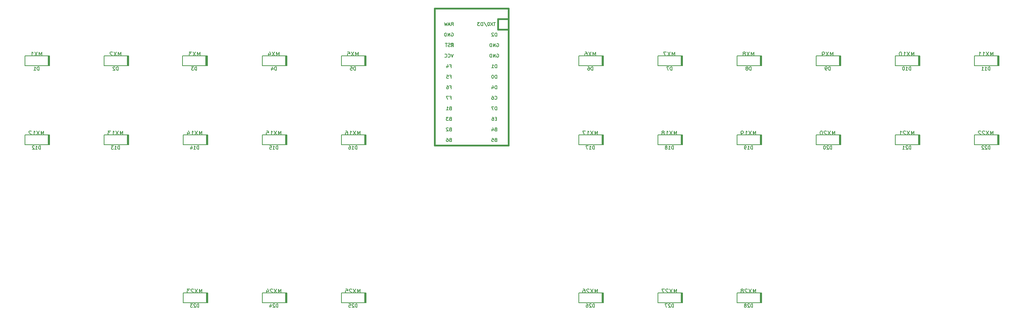
<source format=gbo>
G04 #@! TF.GenerationSoftware,KiCad,Pcbnew,(5.99.0-10034-g38c849bde7)*
G04 #@! TF.CreationDate,2021-04-05T20:49:44-07:00*
G04 #@! TF.ProjectId,unisplit_orthosteno,756e6973-706c-4697-945f-6f7274686f73,rev?*
G04 #@! TF.SameCoordinates,Original*
G04 #@! TF.FileFunction,Legend,Bot*
G04 #@! TF.FilePolarity,Positive*
%FSLAX46Y46*%
G04 Gerber Fmt 4.6, Leading zero omitted, Abs format (unit mm)*
G04 Created by KiCad (PCBNEW (5.99.0-10034-g38c849bde7)) date 2021-04-05 20:49:44*
%MOMM*%
%LPD*%
G01*
G04 APERTURE LIST*
G04 Aperture macros list*
%AMHorizOval*
0 Thick line with rounded ends*
0 $1 width*
0 $2 $3 position (X,Y) of the first rounded end (center of the circle)*
0 $4 $5 position (X,Y) of the second rounded end (center of the circle)*
0 Add line between two ends*
20,1,$1,$2,$3,$4,$5,0*
0 Add two circle primitives to create the rounded ends*
1,1,$1,$2,$3*
1,1,$1,$4,$5*%
%AMFreePoly0*
4,1,22,0.500000,-0.750000,0.000000,-0.750000,0.000000,-0.745033,-0.079941,-0.743568,-0.215256,-0.701293,-0.333266,-0.622738,-0.424486,-0.514219,-0.481581,-0.384460,-0.499164,-0.250000,-0.500000,-0.250000,-0.500000,0.250000,-0.499164,0.250000,-0.499963,0.256109,-0.478152,0.396186,-0.417904,0.524511,-0.324060,0.630769,-0.204165,0.706417,-0.067858,0.745374,0.000000,0.744959,0.000000,0.750000,
0.500000,0.750000,0.500000,-0.750000,0.500000,-0.750000,$1*%
%AMFreePoly1*
4,1,20,0.000000,0.744959,0.073905,0.744508,0.209726,0.703889,0.328688,0.626782,0.421226,0.519385,0.479903,0.390333,0.500000,0.250000,0.500000,-0.250000,0.499851,-0.262216,0.476331,-0.402017,0.414519,-0.529596,0.319384,-0.634700,0.198574,-0.708877,0.061801,-0.746166,0.000000,-0.745033,0.000000,-0.750000,-0.500000,-0.750000,-0.500000,0.750000,0.000000,0.750000,0.000000,0.744959,
0.000000,0.744959,$1*%
G04 Aperture macros list end*
%ADD10C,0.150000*%
%ADD11C,0.200000*%
%ADD12C,0.381000*%
%ADD13R,1.752600X1.752600*%
%ADD14C,1.752600*%
%ADD15C,1.200000*%
%ADD16C,1.700000*%
%ADD17C,1.750000*%
%ADD18C,3.987800*%
%ADD19HorizOval,2.250000X0.019771X0.290016X-0.019771X-0.290016X0*%
%ADD20C,2.000000*%
%ADD21C,2.250000*%
%ADD22HorizOval,2.250000X0.654995X0.730004X-0.654995X-0.730004X0*%
%ADD23C,3.800000*%
%ADD24FreePoly0,0.000000*%
%ADD25FreePoly1,0.000000*%
%ADD26R,1.200000X1.400000*%
G04 APERTURE END LIST*
D10*
X38591964Y-73477380D02*
X38591964Y-72477380D01*
X38258630Y-73191666D01*
X37925297Y-72477380D01*
X37925297Y-73477380D01*
X37544345Y-72477380D02*
X36877678Y-73477380D01*
X36877678Y-72477380D02*
X37544345Y-73477380D01*
X35972916Y-73477380D02*
X36544345Y-73477380D01*
X36258630Y-73477380D02*
X36258630Y-72477380D01*
X36353869Y-72620238D01*
X36449107Y-72715476D01*
X36544345Y-72763095D01*
X57641964Y-73477380D02*
X57641964Y-72477380D01*
X57308630Y-73191666D01*
X56975297Y-72477380D01*
X56975297Y-73477380D01*
X56594345Y-72477380D02*
X55927678Y-73477380D01*
X55927678Y-72477380D02*
X56594345Y-73477380D01*
X55594345Y-72572619D02*
X55546726Y-72525000D01*
X55451488Y-72477380D01*
X55213392Y-72477380D01*
X55118154Y-72525000D01*
X55070535Y-72572619D01*
X55022916Y-72667857D01*
X55022916Y-72763095D01*
X55070535Y-72905952D01*
X55641964Y-73477380D01*
X55022916Y-73477380D01*
X76691964Y-73477380D02*
X76691964Y-72477380D01*
X76358630Y-73191666D01*
X76025297Y-72477380D01*
X76025297Y-73477380D01*
X75644345Y-72477380D02*
X74977678Y-73477380D01*
X74977678Y-72477380D02*
X75644345Y-73477380D01*
X74691964Y-72477380D02*
X74072916Y-72477380D01*
X74406250Y-72858333D01*
X74263392Y-72858333D01*
X74168154Y-72905952D01*
X74120535Y-72953571D01*
X74072916Y-73048809D01*
X74072916Y-73286904D01*
X74120535Y-73382142D01*
X74168154Y-73429761D01*
X74263392Y-73477380D01*
X74549107Y-73477380D01*
X74644345Y-73429761D01*
X74691964Y-73382142D01*
X95741964Y-73477380D02*
X95741964Y-72477380D01*
X95408630Y-73191666D01*
X95075297Y-72477380D01*
X95075297Y-73477380D01*
X94694345Y-72477380D02*
X94027678Y-73477380D01*
X94027678Y-72477380D02*
X94694345Y-73477380D01*
X93218154Y-72810714D02*
X93218154Y-73477380D01*
X93456250Y-72429761D02*
X93694345Y-73144047D01*
X93075297Y-73144047D01*
X114791964Y-73477380D02*
X114791964Y-72477380D01*
X114458630Y-73191666D01*
X114125297Y-72477380D01*
X114125297Y-73477380D01*
X113744345Y-72477380D02*
X113077678Y-73477380D01*
X113077678Y-72477380D02*
X113744345Y-73477380D01*
X112220535Y-72477380D02*
X112696726Y-72477380D01*
X112744345Y-72953571D01*
X112696726Y-72905952D01*
X112601488Y-72858333D01*
X112363392Y-72858333D01*
X112268154Y-72905952D01*
X112220535Y-72953571D01*
X112172916Y-73048809D01*
X112172916Y-73286904D01*
X112220535Y-73382142D01*
X112268154Y-73429761D01*
X112363392Y-73477380D01*
X112601488Y-73477380D01*
X112696726Y-73429761D01*
X112744345Y-73382142D01*
X171941964Y-73477380D02*
X171941964Y-72477380D01*
X171608630Y-73191666D01*
X171275297Y-72477380D01*
X171275297Y-73477380D01*
X170894345Y-72477380D02*
X170227678Y-73477380D01*
X170227678Y-72477380D02*
X170894345Y-73477380D01*
X169418154Y-72477380D02*
X169608630Y-72477380D01*
X169703869Y-72525000D01*
X169751488Y-72572619D01*
X169846726Y-72715476D01*
X169894345Y-72905952D01*
X169894345Y-73286904D01*
X169846726Y-73382142D01*
X169799107Y-73429761D01*
X169703869Y-73477380D01*
X169513392Y-73477380D01*
X169418154Y-73429761D01*
X169370535Y-73382142D01*
X169322916Y-73286904D01*
X169322916Y-73048809D01*
X169370535Y-72953571D01*
X169418154Y-72905952D01*
X169513392Y-72858333D01*
X169703869Y-72858333D01*
X169799107Y-72905952D01*
X169846726Y-72953571D01*
X169894345Y-73048809D01*
X190991964Y-73477380D02*
X190991964Y-72477380D01*
X190658630Y-73191666D01*
X190325297Y-72477380D01*
X190325297Y-73477380D01*
X189944345Y-72477380D02*
X189277678Y-73477380D01*
X189277678Y-72477380D02*
X189944345Y-73477380D01*
X188991964Y-72477380D02*
X188325297Y-72477380D01*
X188753869Y-73477380D01*
X210041964Y-73477380D02*
X210041964Y-72477380D01*
X209708630Y-73191666D01*
X209375297Y-72477380D01*
X209375297Y-73477380D01*
X208994345Y-72477380D02*
X208327678Y-73477380D01*
X208327678Y-72477380D02*
X208994345Y-73477380D01*
X207803869Y-72905952D02*
X207899107Y-72858333D01*
X207946726Y-72810714D01*
X207994345Y-72715476D01*
X207994345Y-72667857D01*
X207946726Y-72572619D01*
X207899107Y-72525000D01*
X207803869Y-72477380D01*
X207613392Y-72477380D01*
X207518154Y-72525000D01*
X207470535Y-72572619D01*
X207422916Y-72667857D01*
X207422916Y-72715476D01*
X207470535Y-72810714D01*
X207518154Y-72858333D01*
X207613392Y-72905952D01*
X207803869Y-72905952D01*
X207899107Y-72953571D01*
X207946726Y-73001190D01*
X207994345Y-73096428D01*
X207994345Y-73286904D01*
X207946726Y-73382142D01*
X207899107Y-73429761D01*
X207803869Y-73477380D01*
X207613392Y-73477380D01*
X207518154Y-73429761D01*
X207470535Y-73382142D01*
X207422916Y-73286904D01*
X207422916Y-73096428D01*
X207470535Y-73001190D01*
X207518154Y-72953571D01*
X207613392Y-72905952D01*
X229091964Y-73477380D02*
X229091964Y-72477380D01*
X228758630Y-73191666D01*
X228425297Y-72477380D01*
X228425297Y-73477380D01*
X228044345Y-72477380D02*
X227377678Y-73477380D01*
X227377678Y-72477380D02*
X228044345Y-73477380D01*
X226949107Y-73477380D02*
X226758630Y-73477380D01*
X226663392Y-73429761D01*
X226615773Y-73382142D01*
X226520535Y-73239285D01*
X226472916Y-73048809D01*
X226472916Y-72667857D01*
X226520535Y-72572619D01*
X226568154Y-72525000D01*
X226663392Y-72477380D01*
X226853869Y-72477380D01*
X226949107Y-72525000D01*
X226996726Y-72572619D01*
X227044345Y-72667857D01*
X227044345Y-72905952D01*
X226996726Y-73001190D01*
X226949107Y-73048809D01*
X226853869Y-73096428D01*
X226663392Y-73096428D01*
X226568154Y-73048809D01*
X226520535Y-73001190D01*
X226472916Y-72905952D01*
X248618154Y-73477380D02*
X248618154Y-72477380D01*
X248284821Y-73191666D01*
X247951488Y-72477380D01*
X247951488Y-73477380D01*
X247570535Y-72477380D02*
X246903869Y-73477380D01*
X246903869Y-72477380D02*
X247570535Y-73477380D01*
X245999107Y-73477380D02*
X246570535Y-73477380D01*
X246284821Y-73477380D02*
X246284821Y-72477380D01*
X246380059Y-72620238D01*
X246475297Y-72715476D01*
X246570535Y-72763095D01*
X245380059Y-72477380D02*
X245284821Y-72477380D01*
X245189583Y-72525000D01*
X245141964Y-72572619D01*
X245094345Y-72667857D01*
X245046726Y-72858333D01*
X245046726Y-73096428D01*
X245094345Y-73286904D01*
X245141964Y-73382142D01*
X245189583Y-73429761D01*
X245284821Y-73477380D01*
X245380059Y-73477380D01*
X245475297Y-73429761D01*
X245522916Y-73382142D01*
X245570535Y-73286904D01*
X245618154Y-73096428D01*
X245618154Y-72858333D01*
X245570535Y-72667857D01*
X245522916Y-72572619D01*
X245475297Y-72525000D01*
X245380059Y-72477380D01*
X267668154Y-73477380D02*
X267668154Y-72477380D01*
X267334821Y-73191666D01*
X267001488Y-72477380D01*
X267001488Y-73477380D01*
X266620535Y-72477380D02*
X265953869Y-73477380D01*
X265953869Y-72477380D02*
X266620535Y-73477380D01*
X265049107Y-73477380D02*
X265620535Y-73477380D01*
X265334821Y-73477380D02*
X265334821Y-72477380D01*
X265430059Y-72620238D01*
X265525297Y-72715476D01*
X265620535Y-72763095D01*
X264096726Y-73477380D02*
X264668154Y-73477380D01*
X264382440Y-73477380D02*
X264382440Y-72477380D01*
X264477678Y-72620238D01*
X264572916Y-72715476D01*
X264668154Y-72763095D01*
X39068154Y-92527380D02*
X39068154Y-91527380D01*
X38734821Y-92241666D01*
X38401488Y-91527380D01*
X38401488Y-92527380D01*
X38020535Y-91527380D02*
X37353869Y-92527380D01*
X37353869Y-91527380D02*
X38020535Y-92527380D01*
X36449107Y-92527380D02*
X37020535Y-92527380D01*
X36734821Y-92527380D02*
X36734821Y-91527380D01*
X36830059Y-91670238D01*
X36925297Y-91765476D01*
X37020535Y-91813095D01*
X36068154Y-91622619D02*
X36020535Y-91575000D01*
X35925297Y-91527380D01*
X35687202Y-91527380D01*
X35591964Y-91575000D01*
X35544345Y-91622619D01*
X35496726Y-91717857D01*
X35496726Y-91813095D01*
X35544345Y-91955952D01*
X36115773Y-92527380D01*
X35496726Y-92527380D01*
X58118154Y-92527380D02*
X58118154Y-91527380D01*
X57784821Y-92241666D01*
X57451488Y-91527380D01*
X57451488Y-92527380D01*
X57070535Y-91527380D02*
X56403869Y-92527380D01*
X56403869Y-91527380D02*
X57070535Y-92527380D01*
X55499107Y-92527380D02*
X56070535Y-92527380D01*
X55784821Y-92527380D02*
X55784821Y-91527380D01*
X55880059Y-91670238D01*
X55975297Y-91765476D01*
X56070535Y-91813095D01*
X55165773Y-91527380D02*
X54546726Y-91527380D01*
X54880059Y-91908333D01*
X54737202Y-91908333D01*
X54641964Y-91955952D01*
X54594345Y-92003571D01*
X54546726Y-92098809D01*
X54546726Y-92336904D01*
X54594345Y-92432142D01*
X54641964Y-92479761D01*
X54737202Y-92527380D01*
X55022916Y-92527380D01*
X55118154Y-92479761D01*
X55165773Y-92432142D01*
X77168154Y-92527380D02*
X77168154Y-91527380D01*
X76834821Y-92241666D01*
X76501488Y-91527380D01*
X76501488Y-92527380D01*
X76120535Y-91527380D02*
X75453869Y-92527380D01*
X75453869Y-91527380D02*
X76120535Y-92527380D01*
X74549107Y-92527380D02*
X75120535Y-92527380D01*
X74834821Y-92527380D02*
X74834821Y-91527380D01*
X74930059Y-91670238D01*
X75025297Y-91765476D01*
X75120535Y-91813095D01*
X73691964Y-91860714D02*
X73691964Y-92527380D01*
X73930059Y-91479761D02*
X74168154Y-92194047D01*
X73549107Y-92194047D01*
X96218154Y-92527380D02*
X96218154Y-91527380D01*
X95884821Y-92241666D01*
X95551488Y-91527380D01*
X95551488Y-92527380D01*
X95170535Y-91527380D02*
X94503869Y-92527380D01*
X94503869Y-91527380D02*
X95170535Y-92527380D01*
X93599107Y-92527380D02*
X94170535Y-92527380D01*
X93884821Y-92527380D02*
X93884821Y-91527380D01*
X93980059Y-91670238D01*
X94075297Y-91765476D01*
X94170535Y-91813095D01*
X92694345Y-91527380D02*
X93170535Y-91527380D01*
X93218154Y-92003571D01*
X93170535Y-91955952D01*
X93075297Y-91908333D01*
X92837202Y-91908333D01*
X92741964Y-91955952D01*
X92694345Y-92003571D01*
X92646726Y-92098809D01*
X92646726Y-92336904D01*
X92694345Y-92432142D01*
X92741964Y-92479761D01*
X92837202Y-92527380D01*
X93075297Y-92527380D01*
X93170535Y-92479761D01*
X93218154Y-92432142D01*
X115268154Y-92527380D02*
X115268154Y-91527380D01*
X114934821Y-92241666D01*
X114601488Y-91527380D01*
X114601488Y-92527380D01*
X114220535Y-91527380D02*
X113553869Y-92527380D01*
X113553869Y-91527380D02*
X114220535Y-92527380D01*
X112649107Y-92527380D02*
X113220535Y-92527380D01*
X112934821Y-92527380D02*
X112934821Y-91527380D01*
X113030059Y-91670238D01*
X113125297Y-91765476D01*
X113220535Y-91813095D01*
X111791964Y-91527380D02*
X111982440Y-91527380D01*
X112077678Y-91575000D01*
X112125297Y-91622619D01*
X112220535Y-91765476D01*
X112268154Y-91955952D01*
X112268154Y-92336904D01*
X112220535Y-92432142D01*
X112172916Y-92479761D01*
X112077678Y-92527380D01*
X111887202Y-92527380D01*
X111791964Y-92479761D01*
X111744345Y-92432142D01*
X111696726Y-92336904D01*
X111696726Y-92098809D01*
X111744345Y-92003571D01*
X111791964Y-91955952D01*
X111887202Y-91908333D01*
X112077678Y-91908333D01*
X112172916Y-91955952D01*
X112220535Y-92003571D01*
X112268154Y-92098809D01*
X172418154Y-92527380D02*
X172418154Y-91527380D01*
X172084821Y-92241666D01*
X171751488Y-91527380D01*
X171751488Y-92527380D01*
X171370535Y-91527380D02*
X170703869Y-92527380D01*
X170703869Y-91527380D02*
X171370535Y-92527380D01*
X169799107Y-92527380D02*
X170370535Y-92527380D01*
X170084821Y-92527380D02*
X170084821Y-91527380D01*
X170180059Y-91670238D01*
X170275297Y-91765476D01*
X170370535Y-91813095D01*
X169465773Y-91527380D02*
X168799107Y-91527380D01*
X169227678Y-92527380D01*
X191468154Y-92527380D02*
X191468154Y-91527380D01*
X191134821Y-92241666D01*
X190801488Y-91527380D01*
X190801488Y-92527380D01*
X190420535Y-91527380D02*
X189753869Y-92527380D01*
X189753869Y-91527380D02*
X190420535Y-92527380D01*
X188849107Y-92527380D02*
X189420535Y-92527380D01*
X189134821Y-92527380D02*
X189134821Y-91527380D01*
X189230059Y-91670238D01*
X189325297Y-91765476D01*
X189420535Y-91813095D01*
X188277678Y-91955952D02*
X188372916Y-91908333D01*
X188420535Y-91860714D01*
X188468154Y-91765476D01*
X188468154Y-91717857D01*
X188420535Y-91622619D01*
X188372916Y-91575000D01*
X188277678Y-91527380D01*
X188087202Y-91527380D01*
X187991964Y-91575000D01*
X187944345Y-91622619D01*
X187896726Y-91717857D01*
X187896726Y-91765476D01*
X187944345Y-91860714D01*
X187991964Y-91908333D01*
X188087202Y-91955952D01*
X188277678Y-91955952D01*
X188372916Y-92003571D01*
X188420535Y-92051190D01*
X188468154Y-92146428D01*
X188468154Y-92336904D01*
X188420535Y-92432142D01*
X188372916Y-92479761D01*
X188277678Y-92527380D01*
X188087202Y-92527380D01*
X187991964Y-92479761D01*
X187944345Y-92432142D01*
X187896726Y-92336904D01*
X187896726Y-92146428D01*
X187944345Y-92051190D01*
X187991964Y-92003571D01*
X188087202Y-91955952D01*
X210518154Y-92527380D02*
X210518154Y-91527380D01*
X210184821Y-92241666D01*
X209851488Y-91527380D01*
X209851488Y-92527380D01*
X209470535Y-91527380D02*
X208803869Y-92527380D01*
X208803869Y-91527380D02*
X209470535Y-92527380D01*
X207899107Y-92527380D02*
X208470535Y-92527380D01*
X208184821Y-92527380D02*
X208184821Y-91527380D01*
X208280059Y-91670238D01*
X208375297Y-91765476D01*
X208470535Y-91813095D01*
X207422916Y-92527380D02*
X207232440Y-92527380D01*
X207137202Y-92479761D01*
X207089583Y-92432142D01*
X206994345Y-92289285D01*
X206946726Y-92098809D01*
X206946726Y-91717857D01*
X206994345Y-91622619D01*
X207041964Y-91575000D01*
X207137202Y-91527380D01*
X207327678Y-91527380D01*
X207422916Y-91575000D01*
X207470535Y-91622619D01*
X207518154Y-91717857D01*
X207518154Y-91955952D01*
X207470535Y-92051190D01*
X207422916Y-92098809D01*
X207327678Y-92146428D01*
X207137202Y-92146428D01*
X207041964Y-92098809D01*
X206994345Y-92051190D01*
X206946726Y-91955952D01*
X229568154Y-92527380D02*
X229568154Y-91527380D01*
X229234821Y-92241666D01*
X228901488Y-91527380D01*
X228901488Y-92527380D01*
X228520535Y-91527380D02*
X227853869Y-92527380D01*
X227853869Y-91527380D02*
X228520535Y-92527380D01*
X227520535Y-91622619D02*
X227472916Y-91575000D01*
X227377678Y-91527380D01*
X227139583Y-91527380D01*
X227044345Y-91575000D01*
X226996726Y-91622619D01*
X226949107Y-91717857D01*
X226949107Y-91813095D01*
X226996726Y-91955952D01*
X227568154Y-92527380D01*
X226949107Y-92527380D01*
X226330059Y-91527380D02*
X226234821Y-91527380D01*
X226139583Y-91575000D01*
X226091964Y-91622619D01*
X226044345Y-91717857D01*
X225996726Y-91908333D01*
X225996726Y-92146428D01*
X226044345Y-92336904D01*
X226091964Y-92432142D01*
X226139583Y-92479761D01*
X226234821Y-92527380D01*
X226330059Y-92527380D01*
X226425297Y-92479761D01*
X226472916Y-92432142D01*
X226520535Y-92336904D01*
X226568154Y-92146428D01*
X226568154Y-91908333D01*
X226520535Y-91717857D01*
X226472916Y-91622619D01*
X226425297Y-91575000D01*
X226330059Y-91527380D01*
X248618154Y-92527380D02*
X248618154Y-91527380D01*
X248284821Y-92241666D01*
X247951488Y-91527380D01*
X247951488Y-92527380D01*
X247570535Y-91527380D02*
X246903869Y-92527380D01*
X246903869Y-91527380D02*
X247570535Y-92527380D01*
X246570535Y-91622619D02*
X246522916Y-91575000D01*
X246427678Y-91527380D01*
X246189583Y-91527380D01*
X246094345Y-91575000D01*
X246046726Y-91622619D01*
X245999107Y-91717857D01*
X245999107Y-91813095D01*
X246046726Y-91955952D01*
X246618154Y-92527380D01*
X245999107Y-92527380D01*
X245046726Y-92527380D02*
X245618154Y-92527380D01*
X245332440Y-92527380D02*
X245332440Y-91527380D01*
X245427678Y-91670238D01*
X245522916Y-91765476D01*
X245618154Y-91813095D01*
X267668154Y-92527380D02*
X267668154Y-91527380D01*
X267334821Y-92241666D01*
X267001488Y-91527380D01*
X267001488Y-92527380D01*
X266620535Y-91527380D02*
X265953869Y-92527380D01*
X265953869Y-91527380D02*
X266620535Y-92527380D01*
X265620535Y-91622619D02*
X265572916Y-91575000D01*
X265477678Y-91527380D01*
X265239583Y-91527380D01*
X265144345Y-91575000D01*
X265096726Y-91622619D01*
X265049107Y-91717857D01*
X265049107Y-91813095D01*
X265096726Y-91955952D01*
X265668154Y-92527380D01*
X265049107Y-92527380D01*
X264668154Y-91622619D02*
X264620535Y-91575000D01*
X264525297Y-91527380D01*
X264287202Y-91527380D01*
X264191964Y-91575000D01*
X264144345Y-91622619D01*
X264096726Y-91717857D01*
X264096726Y-91813095D01*
X264144345Y-91955952D01*
X264715773Y-92527380D01*
X264096726Y-92527380D01*
X77168154Y-130627380D02*
X77168154Y-129627380D01*
X76834821Y-130341666D01*
X76501488Y-129627380D01*
X76501488Y-130627380D01*
X76120535Y-129627380D02*
X75453869Y-130627380D01*
X75453869Y-129627380D02*
X76120535Y-130627380D01*
X75120535Y-129722619D02*
X75072916Y-129675000D01*
X74977678Y-129627380D01*
X74739583Y-129627380D01*
X74644345Y-129675000D01*
X74596726Y-129722619D01*
X74549107Y-129817857D01*
X74549107Y-129913095D01*
X74596726Y-130055952D01*
X75168154Y-130627380D01*
X74549107Y-130627380D01*
X74215773Y-129627380D02*
X73596726Y-129627380D01*
X73930059Y-130008333D01*
X73787202Y-130008333D01*
X73691964Y-130055952D01*
X73644345Y-130103571D01*
X73596726Y-130198809D01*
X73596726Y-130436904D01*
X73644345Y-130532142D01*
X73691964Y-130579761D01*
X73787202Y-130627380D01*
X74072916Y-130627380D01*
X74168154Y-130579761D01*
X74215773Y-130532142D01*
X96218154Y-130627380D02*
X96218154Y-129627380D01*
X95884821Y-130341666D01*
X95551488Y-129627380D01*
X95551488Y-130627380D01*
X95170535Y-129627380D02*
X94503869Y-130627380D01*
X94503869Y-129627380D02*
X95170535Y-130627380D01*
X94170535Y-129722619D02*
X94122916Y-129675000D01*
X94027678Y-129627380D01*
X93789583Y-129627380D01*
X93694345Y-129675000D01*
X93646726Y-129722619D01*
X93599107Y-129817857D01*
X93599107Y-129913095D01*
X93646726Y-130055952D01*
X94218154Y-130627380D01*
X93599107Y-130627380D01*
X92741964Y-129960714D02*
X92741964Y-130627380D01*
X92980059Y-129579761D02*
X93218154Y-130294047D01*
X92599107Y-130294047D01*
X172418154Y-130627380D02*
X172418154Y-129627380D01*
X172084821Y-130341666D01*
X171751488Y-129627380D01*
X171751488Y-130627380D01*
X171370535Y-129627380D02*
X170703869Y-130627380D01*
X170703869Y-129627380D02*
X171370535Y-130627380D01*
X170370535Y-129722619D02*
X170322916Y-129675000D01*
X170227678Y-129627380D01*
X169989583Y-129627380D01*
X169894345Y-129675000D01*
X169846726Y-129722619D01*
X169799107Y-129817857D01*
X169799107Y-129913095D01*
X169846726Y-130055952D01*
X170418154Y-130627380D01*
X169799107Y-130627380D01*
X168941964Y-129627380D02*
X169132440Y-129627380D01*
X169227678Y-129675000D01*
X169275297Y-129722619D01*
X169370535Y-129865476D01*
X169418154Y-130055952D01*
X169418154Y-130436904D01*
X169370535Y-130532142D01*
X169322916Y-130579761D01*
X169227678Y-130627380D01*
X169037202Y-130627380D01*
X168941964Y-130579761D01*
X168894345Y-130532142D01*
X168846726Y-130436904D01*
X168846726Y-130198809D01*
X168894345Y-130103571D01*
X168941964Y-130055952D01*
X169037202Y-130008333D01*
X169227678Y-130008333D01*
X169322916Y-130055952D01*
X169370535Y-130103571D01*
X169418154Y-130198809D01*
X191468154Y-130627380D02*
X191468154Y-129627380D01*
X191134821Y-130341666D01*
X190801488Y-129627380D01*
X190801488Y-130627380D01*
X190420535Y-129627380D02*
X189753869Y-130627380D01*
X189753869Y-129627380D02*
X190420535Y-130627380D01*
X189420535Y-129722619D02*
X189372916Y-129675000D01*
X189277678Y-129627380D01*
X189039583Y-129627380D01*
X188944345Y-129675000D01*
X188896726Y-129722619D01*
X188849107Y-129817857D01*
X188849107Y-129913095D01*
X188896726Y-130055952D01*
X189468154Y-130627380D01*
X188849107Y-130627380D01*
X188515773Y-129627380D02*
X187849107Y-129627380D01*
X188277678Y-130627380D01*
X115268154Y-130627380D02*
X115268154Y-129627380D01*
X114934821Y-130341666D01*
X114601488Y-129627380D01*
X114601488Y-130627380D01*
X114220535Y-129627380D02*
X113553869Y-130627380D01*
X113553869Y-129627380D02*
X114220535Y-130627380D01*
X113220535Y-129722619D02*
X113172916Y-129675000D01*
X113077678Y-129627380D01*
X112839583Y-129627380D01*
X112744345Y-129675000D01*
X112696726Y-129722619D01*
X112649107Y-129817857D01*
X112649107Y-129913095D01*
X112696726Y-130055952D01*
X113268154Y-130627380D01*
X112649107Y-130627380D01*
X111744345Y-129627380D02*
X112220535Y-129627380D01*
X112268154Y-130103571D01*
X112220535Y-130055952D01*
X112125297Y-130008333D01*
X111887202Y-130008333D01*
X111791964Y-130055952D01*
X111744345Y-130103571D01*
X111696726Y-130198809D01*
X111696726Y-130436904D01*
X111744345Y-130532142D01*
X111791964Y-130579761D01*
X111887202Y-130627380D01*
X112125297Y-130627380D01*
X112220535Y-130579761D01*
X112268154Y-130532142D01*
X210518154Y-130627380D02*
X210518154Y-129627380D01*
X210184821Y-130341666D01*
X209851488Y-129627380D01*
X209851488Y-130627380D01*
X209470535Y-129627380D02*
X208803869Y-130627380D01*
X208803869Y-129627380D02*
X209470535Y-130627380D01*
X208470535Y-129722619D02*
X208422916Y-129675000D01*
X208327678Y-129627380D01*
X208089583Y-129627380D01*
X207994345Y-129675000D01*
X207946726Y-129722619D01*
X207899107Y-129817857D01*
X207899107Y-129913095D01*
X207946726Y-130055952D01*
X208518154Y-130627380D01*
X207899107Y-130627380D01*
X207327678Y-130055952D02*
X207422916Y-130008333D01*
X207470535Y-129960714D01*
X207518154Y-129865476D01*
X207518154Y-129817857D01*
X207470535Y-129722619D01*
X207422916Y-129675000D01*
X207327678Y-129627380D01*
X207137202Y-129627380D01*
X207041964Y-129675000D01*
X206994345Y-129722619D01*
X206946726Y-129817857D01*
X206946726Y-129865476D01*
X206994345Y-129960714D01*
X207041964Y-130008333D01*
X207137202Y-130055952D01*
X207327678Y-130055952D01*
X207422916Y-130103571D01*
X207470535Y-130151190D01*
X207518154Y-130246428D01*
X207518154Y-130436904D01*
X207470535Y-130532142D01*
X207422916Y-130579761D01*
X207327678Y-130627380D01*
X207137202Y-130627380D01*
X207041964Y-130579761D01*
X206994345Y-130532142D01*
X206946726Y-130436904D01*
X206946726Y-130246428D01*
X206994345Y-130151190D01*
X207041964Y-130103571D01*
X207137202Y-130055952D01*
X37896726Y-76899404D02*
X37896726Y-76099404D01*
X37706250Y-76099404D01*
X37591964Y-76137500D01*
X37515773Y-76213690D01*
X37477678Y-76289880D01*
X37439583Y-76442261D01*
X37439583Y-76556547D01*
X37477678Y-76708928D01*
X37515773Y-76785119D01*
X37591964Y-76861309D01*
X37706250Y-76899404D01*
X37896726Y-76899404D01*
X36677678Y-76899404D02*
X37134821Y-76899404D01*
X36906250Y-76899404D02*
X36906250Y-76099404D01*
X36982440Y-76213690D01*
X37058630Y-76289880D01*
X37134821Y-76327976D01*
X56946726Y-76899404D02*
X56946726Y-76099404D01*
X56756250Y-76099404D01*
X56641964Y-76137500D01*
X56565773Y-76213690D01*
X56527678Y-76289880D01*
X56489583Y-76442261D01*
X56489583Y-76556547D01*
X56527678Y-76708928D01*
X56565773Y-76785119D01*
X56641964Y-76861309D01*
X56756250Y-76899404D01*
X56946726Y-76899404D01*
X56184821Y-76175595D02*
X56146726Y-76137500D01*
X56070535Y-76099404D01*
X55880059Y-76099404D01*
X55803869Y-76137500D01*
X55765773Y-76175595D01*
X55727678Y-76251785D01*
X55727678Y-76327976D01*
X55765773Y-76442261D01*
X56222916Y-76899404D01*
X55727678Y-76899404D01*
X75884226Y-76899404D02*
X75884226Y-76099404D01*
X75693750Y-76099404D01*
X75579464Y-76137500D01*
X75503273Y-76213690D01*
X75465178Y-76289880D01*
X75427083Y-76442261D01*
X75427083Y-76556547D01*
X75465178Y-76708928D01*
X75503273Y-76785119D01*
X75579464Y-76861309D01*
X75693750Y-76899404D01*
X75884226Y-76899404D01*
X75160416Y-76099404D02*
X74665178Y-76099404D01*
X74931845Y-76404166D01*
X74817559Y-76404166D01*
X74741369Y-76442261D01*
X74703273Y-76480357D01*
X74665178Y-76556547D01*
X74665178Y-76747023D01*
X74703273Y-76823214D01*
X74741369Y-76861309D01*
X74817559Y-76899404D01*
X75046130Y-76899404D01*
X75122321Y-76861309D01*
X75160416Y-76823214D01*
X95046726Y-76899404D02*
X95046726Y-76099404D01*
X94856250Y-76099404D01*
X94741964Y-76137500D01*
X94665773Y-76213690D01*
X94627678Y-76289880D01*
X94589583Y-76442261D01*
X94589583Y-76556547D01*
X94627678Y-76708928D01*
X94665773Y-76785119D01*
X94741964Y-76861309D01*
X94856250Y-76899404D01*
X95046726Y-76899404D01*
X93903869Y-76366071D02*
X93903869Y-76899404D01*
X94094345Y-76061309D02*
X94284821Y-76632738D01*
X93789583Y-76632738D01*
X114096726Y-76899404D02*
X114096726Y-76099404D01*
X113906250Y-76099404D01*
X113791964Y-76137500D01*
X113715773Y-76213690D01*
X113677678Y-76289880D01*
X113639583Y-76442261D01*
X113639583Y-76556547D01*
X113677678Y-76708928D01*
X113715773Y-76785119D01*
X113791964Y-76861309D01*
X113906250Y-76899404D01*
X114096726Y-76899404D01*
X112915773Y-76099404D02*
X113296726Y-76099404D01*
X113334821Y-76480357D01*
X113296726Y-76442261D01*
X113220535Y-76404166D01*
X113030059Y-76404166D01*
X112953869Y-76442261D01*
X112915773Y-76480357D01*
X112877678Y-76556547D01*
X112877678Y-76747023D01*
X112915773Y-76823214D01*
X112953869Y-76861309D01*
X113030059Y-76899404D01*
X113220535Y-76899404D01*
X113296726Y-76861309D01*
X113334821Y-76823214D01*
X171246726Y-76899404D02*
X171246726Y-76099404D01*
X171056250Y-76099404D01*
X170941964Y-76137500D01*
X170865773Y-76213690D01*
X170827678Y-76289880D01*
X170789583Y-76442261D01*
X170789583Y-76556547D01*
X170827678Y-76708928D01*
X170865773Y-76785119D01*
X170941964Y-76861309D01*
X171056250Y-76899404D01*
X171246726Y-76899404D01*
X170103869Y-76099404D02*
X170256250Y-76099404D01*
X170332440Y-76137500D01*
X170370535Y-76175595D01*
X170446726Y-76289880D01*
X170484821Y-76442261D01*
X170484821Y-76747023D01*
X170446726Y-76823214D01*
X170408630Y-76861309D01*
X170332440Y-76899404D01*
X170180059Y-76899404D01*
X170103869Y-76861309D01*
X170065773Y-76823214D01*
X170027678Y-76747023D01*
X170027678Y-76556547D01*
X170065773Y-76480357D01*
X170103869Y-76442261D01*
X170180059Y-76404166D01*
X170332440Y-76404166D01*
X170408630Y-76442261D01*
X170446726Y-76480357D01*
X170484821Y-76556547D01*
X190296726Y-76899404D02*
X190296726Y-76099404D01*
X190106250Y-76099404D01*
X189991964Y-76137500D01*
X189915773Y-76213690D01*
X189877678Y-76289880D01*
X189839583Y-76442261D01*
X189839583Y-76556547D01*
X189877678Y-76708928D01*
X189915773Y-76785119D01*
X189991964Y-76861309D01*
X190106250Y-76899404D01*
X190296726Y-76899404D01*
X189572916Y-76099404D02*
X189039583Y-76099404D01*
X189382440Y-76899404D01*
X209346726Y-76899404D02*
X209346726Y-76099404D01*
X209156250Y-76099404D01*
X209041964Y-76137500D01*
X208965773Y-76213690D01*
X208927678Y-76289880D01*
X208889583Y-76442261D01*
X208889583Y-76556547D01*
X208927678Y-76708928D01*
X208965773Y-76785119D01*
X209041964Y-76861309D01*
X209156250Y-76899404D01*
X209346726Y-76899404D01*
X208432440Y-76442261D02*
X208508630Y-76404166D01*
X208546726Y-76366071D01*
X208584821Y-76289880D01*
X208584821Y-76251785D01*
X208546726Y-76175595D01*
X208508630Y-76137500D01*
X208432440Y-76099404D01*
X208280059Y-76099404D01*
X208203869Y-76137500D01*
X208165773Y-76175595D01*
X208127678Y-76251785D01*
X208127678Y-76289880D01*
X208165773Y-76366071D01*
X208203869Y-76404166D01*
X208280059Y-76442261D01*
X208432440Y-76442261D01*
X208508630Y-76480357D01*
X208546726Y-76518452D01*
X208584821Y-76594642D01*
X208584821Y-76747023D01*
X208546726Y-76823214D01*
X208508630Y-76861309D01*
X208432440Y-76899404D01*
X208280059Y-76899404D01*
X208203869Y-76861309D01*
X208165773Y-76823214D01*
X208127678Y-76747023D01*
X208127678Y-76594642D01*
X208165773Y-76518452D01*
X208203869Y-76480357D01*
X208280059Y-76442261D01*
X228396726Y-76899404D02*
X228396726Y-76099404D01*
X228206250Y-76099404D01*
X228091964Y-76137500D01*
X228015773Y-76213690D01*
X227977678Y-76289880D01*
X227939583Y-76442261D01*
X227939583Y-76556547D01*
X227977678Y-76708928D01*
X228015773Y-76785119D01*
X228091964Y-76861309D01*
X228206250Y-76899404D01*
X228396726Y-76899404D01*
X227558630Y-76899404D02*
X227406250Y-76899404D01*
X227330059Y-76861309D01*
X227291964Y-76823214D01*
X227215773Y-76708928D01*
X227177678Y-76556547D01*
X227177678Y-76251785D01*
X227215773Y-76175595D01*
X227253869Y-76137500D01*
X227330059Y-76099404D01*
X227482440Y-76099404D01*
X227558630Y-76137500D01*
X227596726Y-76175595D01*
X227634821Y-76251785D01*
X227634821Y-76442261D01*
X227596726Y-76518452D01*
X227558630Y-76556547D01*
X227482440Y-76594642D01*
X227330059Y-76594642D01*
X227253869Y-76556547D01*
X227215773Y-76518452D01*
X227177678Y-76442261D01*
X247827678Y-76899404D02*
X247827678Y-76099404D01*
X247637202Y-76099404D01*
X247522916Y-76137500D01*
X247446726Y-76213690D01*
X247408630Y-76289880D01*
X247370535Y-76442261D01*
X247370535Y-76556547D01*
X247408630Y-76708928D01*
X247446726Y-76785119D01*
X247522916Y-76861309D01*
X247637202Y-76899404D01*
X247827678Y-76899404D01*
X246608630Y-76899404D02*
X247065773Y-76899404D01*
X246837202Y-76899404D02*
X246837202Y-76099404D01*
X246913392Y-76213690D01*
X246989583Y-76289880D01*
X247065773Y-76327976D01*
X246113392Y-76099404D02*
X246037202Y-76099404D01*
X245961011Y-76137500D01*
X245922916Y-76175595D01*
X245884821Y-76251785D01*
X245846726Y-76404166D01*
X245846726Y-76594642D01*
X245884821Y-76747023D01*
X245922916Y-76823214D01*
X245961011Y-76861309D01*
X246037202Y-76899404D01*
X246113392Y-76899404D01*
X246189583Y-76861309D01*
X246227678Y-76823214D01*
X246265773Y-76747023D01*
X246303869Y-76594642D01*
X246303869Y-76404166D01*
X246265773Y-76251785D01*
X246227678Y-76175595D01*
X246189583Y-76137500D01*
X246113392Y-76099404D01*
X266877678Y-76899404D02*
X266877678Y-76099404D01*
X266687202Y-76099404D01*
X266572916Y-76137500D01*
X266496726Y-76213690D01*
X266458630Y-76289880D01*
X266420535Y-76442261D01*
X266420535Y-76556547D01*
X266458630Y-76708928D01*
X266496726Y-76785119D01*
X266572916Y-76861309D01*
X266687202Y-76899404D01*
X266877678Y-76899404D01*
X265658630Y-76899404D02*
X266115773Y-76899404D01*
X265887202Y-76899404D02*
X265887202Y-76099404D01*
X265963392Y-76213690D01*
X266039583Y-76289880D01*
X266115773Y-76327976D01*
X264896726Y-76899404D02*
X265353869Y-76899404D01*
X265125297Y-76899404D02*
X265125297Y-76099404D01*
X265201488Y-76213690D01*
X265277678Y-76289880D01*
X265353869Y-76327976D01*
X38277678Y-95949404D02*
X38277678Y-95149404D01*
X38087202Y-95149404D01*
X37972916Y-95187500D01*
X37896726Y-95263690D01*
X37858630Y-95339880D01*
X37820535Y-95492261D01*
X37820535Y-95606547D01*
X37858630Y-95758928D01*
X37896726Y-95835119D01*
X37972916Y-95911309D01*
X38087202Y-95949404D01*
X38277678Y-95949404D01*
X37058630Y-95949404D02*
X37515773Y-95949404D01*
X37287202Y-95949404D02*
X37287202Y-95149404D01*
X37363392Y-95263690D01*
X37439583Y-95339880D01*
X37515773Y-95377976D01*
X36753869Y-95225595D02*
X36715773Y-95187500D01*
X36639583Y-95149404D01*
X36449107Y-95149404D01*
X36372916Y-95187500D01*
X36334821Y-95225595D01*
X36296726Y-95301785D01*
X36296726Y-95377976D01*
X36334821Y-95492261D01*
X36791964Y-95949404D01*
X36296726Y-95949404D01*
X57327678Y-95949404D02*
X57327678Y-95149404D01*
X57137202Y-95149404D01*
X57022916Y-95187500D01*
X56946726Y-95263690D01*
X56908630Y-95339880D01*
X56870535Y-95492261D01*
X56870535Y-95606547D01*
X56908630Y-95758928D01*
X56946726Y-95835119D01*
X57022916Y-95911309D01*
X57137202Y-95949404D01*
X57327678Y-95949404D01*
X56108630Y-95949404D02*
X56565773Y-95949404D01*
X56337202Y-95949404D02*
X56337202Y-95149404D01*
X56413392Y-95263690D01*
X56489583Y-95339880D01*
X56565773Y-95377976D01*
X55841964Y-95149404D02*
X55346726Y-95149404D01*
X55613392Y-95454166D01*
X55499107Y-95454166D01*
X55422916Y-95492261D01*
X55384821Y-95530357D01*
X55346726Y-95606547D01*
X55346726Y-95797023D01*
X55384821Y-95873214D01*
X55422916Y-95911309D01*
X55499107Y-95949404D01*
X55727678Y-95949404D01*
X55803869Y-95911309D01*
X55841964Y-95873214D01*
X76377678Y-95949404D02*
X76377678Y-95149404D01*
X76187202Y-95149404D01*
X76072916Y-95187500D01*
X75996726Y-95263690D01*
X75958630Y-95339880D01*
X75920535Y-95492261D01*
X75920535Y-95606547D01*
X75958630Y-95758928D01*
X75996726Y-95835119D01*
X76072916Y-95911309D01*
X76187202Y-95949404D01*
X76377678Y-95949404D01*
X75158630Y-95949404D02*
X75615773Y-95949404D01*
X75387202Y-95949404D02*
X75387202Y-95149404D01*
X75463392Y-95263690D01*
X75539583Y-95339880D01*
X75615773Y-95377976D01*
X74472916Y-95416071D02*
X74472916Y-95949404D01*
X74663392Y-95111309D02*
X74853869Y-95682738D01*
X74358630Y-95682738D01*
X95427678Y-95949404D02*
X95427678Y-95149404D01*
X95237202Y-95149404D01*
X95122916Y-95187500D01*
X95046726Y-95263690D01*
X95008630Y-95339880D01*
X94970535Y-95492261D01*
X94970535Y-95606547D01*
X95008630Y-95758928D01*
X95046726Y-95835119D01*
X95122916Y-95911309D01*
X95237202Y-95949404D01*
X95427678Y-95949404D01*
X94208630Y-95949404D02*
X94665773Y-95949404D01*
X94437202Y-95949404D02*
X94437202Y-95149404D01*
X94513392Y-95263690D01*
X94589583Y-95339880D01*
X94665773Y-95377976D01*
X93484821Y-95149404D02*
X93865773Y-95149404D01*
X93903869Y-95530357D01*
X93865773Y-95492261D01*
X93789583Y-95454166D01*
X93599107Y-95454166D01*
X93522916Y-95492261D01*
X93484821Y-95530357D01*
X93446726Y-95606547D01*
X93446726Y-95797023D01*
X93484821Y-95873214D01*
X93522916Y-95911309D01*
X93599107Y-95949404D01*
X93789583Y-95949404D01*
X93865773Y-95911309D01*
X93903869Y-95873214D01*
X114477678Y-95949404D02*
X114477678Y-95149404D01*
X114287202Y-95149404D01*
X114172916Y-95187500D01*
X114096726Y-95263690D01*
X114058630Y-95339880D01*
X114020535Y-95492261D01*
X114020535Y-95606547D01*
X114058630Y-95758928D01*
X114096726Y-95835119D01*
X114172916Y-95911309D01*
X114287202Y-95949404D01*
X114477678Y-95949404D01*
X113258630Y-95949404D02*
X113715773Y-95949404D01*
X113487202Y-95949404D02*
X113487202Y-95149404D01*
X113563392Y-95263690D01*
X113639583Y-95339880D01*
X113715773Y-95377976D01*
X112572916Y-95149404D02*
X112725297Y-95149404D01*
X112801488Y-95187500D01*
X112839583Y-95225595D01*
X112915773Y-95339880D01*
X112953869Y-95492261D01*
X112953869Y-95797023D01*
X112915773Y-95873214D01*
X112877678Y-95911309D01*
X112801488Y-95949404D01*
X112649107Y-95949404D01*
X112572916Y-95911309D01*
X112534821Y-95873214D01*
X112496726Y-95797023D01*
X112496726Y-95606547D01*
X112534821Y-95530357D01*
X112572916Y-95492261D01*
X112649107Y-95454166D01*
X112801488Y-95454166D01*
X112877678Y-95492261D01*
X112915773Y-95530357D01*
X112953869Y-95606547D01*
X171627678Y-95949404D02*
X171627678Y-95149404D01*
X171437202Y-95149404D01*
X171322916Y-95187500D01*
X171246726Y-95263690D01*
X171208630Y-95339880D01*
X171170535Y-95492261D01*
X171170535Y-95606547D01*
X171208630Y-95758928D01*
X171246726Y-95835119D01*
X171322916Y-95911309D01*
X171437202Y-95949404D01*
X171627678Y-95949404D01*
X170408630Y-95949404D02*
X170865773Y-95949404D01*
X170637202Y-95949404D02*
X170637202Y-95149404D01*
X170713392Y-95263690D01*
X170789583Y-95339880D01*
X170865773Y-95377976D01*
X170141964Y-95149404D02*
X169608630Y-95149404D01*
X169951488Y-95949404D01*
X190677678Y-95949404D02*
X190677678Y-95149404D01*
X190487202Y-95149404D01*
X190372916Y-95187500D01*
X190296726Y-95263690D01*
X190258630Y-95339880D01*
X190220535Y-95492261D01*
X190220535Y-95606547D01*
X190258630Y-95758928D01*
X190296726Y-95835119D01*
X190372916Y-95911309D01*
X190487202Y-95949404D01*
X190677678Y-95949404D01*
X189458630Y-95949404D02*
X189915773Y-95949404D01*
X189687202Y-95949404D02*
X189687202Y-95149404D01*
X189763392Y-95263690D01*
X189839583Y-95339880D01*
X189915773Y-95377976D01*
X189001488Y-95492261D02*
X189077678Y-95454166D01*
X189115773Y-95416071D01*
X189153869Y-95339880D01*
X189153869Y-95301785D01*
X189115773Y-95225595D01*
X189077678Y-95187500D01*
X189001488Y-95149404D01*
X188849107Y-95149404D01*
X188772916Y-95187500D01*
X188734821Y-95225595D01*
X188696726Y-95301785D01*
X188696726Y-95339880D01*
X188734821Y-95416071D01*
X188772916Y-95454166D01*
X188849107Y-95492261D01*
X189001488Y-95492261D01*
X189077678Y-95530357D01*
X189115773Y-95568452D01*
X189153869Y-95644642D01*
X189153869Y-95797023D01*
X189115773Y-95873214D01*
X189077678Y-95911309D01*
X189001488Y-95949404D01*
X188849107Y-95949404D01*
X188772916Y-95911309D01*
X188734821Y-95873214D01*
X188696726Y-95797023D01*
X188696726Y-95644642D01*
X188734821Y-95568452D01*
X188772916Y-95530357D01*
X188849107Y-95492261D01*
X209727678Y-95949404D02*
X209727678Y-95149404D01*
X209537202Y-95149404D01*
X209422916Y-95187500D01*
X209346726Y-95263690D01*
X209308630Y-95339880D01*
X209270535Y-95492261D01*
X209270535Y-95606547D01*
X209308630Y-95758928D01*
X209346726Y-95835119D01*
X209422916Y-95911309D01*
X209537202Y-95949404D01*
X209727678Y-95949404D01*
X208508630Y-95949404D02*
X208965773Y-95949404D01*
X208737202Y-95949404D02*
X208737202Y-95149404D01*
X208813392Y-95263690D01*
X208889583Y-95339880D01*
X208965773Y-95377976D01*
X208127678Y-95949404D02*
X207975297Y-95949404D01*
X207899107Y-95911309D01*
X207861011Y-95873214D01*
X207784821Y-95758928D01*
X207746726Y-95606547D01*
X207746726Y-95301785D01*
X207784821Y-95225595D01*
X207822916Y-95187500D01*
X207899107Y-95149404D01*
X208051488Y-95149404D01*
X208127678Y-95187500D01*
X208165773Y-95225595D01*
X208203869Y-95301785D01*
X208203869Y-95492261D01*
X208165773Y-95568452D01*
X208127678Y-95606547D01*
X208051488Y-95644642D01*
X207899107Y-95644642D01*
X207822916Y-95606547D01*
X207784821Y-95568452D01*
X207746726Y-95492261D01*
X228777678Y-95949404D02*
X228777678Y-95149404D01*
X228587202Y-95149404D01*
X228472916Y-95187500D01*
X228396726Y-95263690D01*
X228358630Y-95339880D01*
X228320535Y-95492261D01*
X228320535Y-95606547D01*
X228358630Y-95758928D01*
X228396726Y-95835119D01*
X228472916Y-95911309D01*
X228587202Y-95949404D01*
X228777678Y-95949404D01*
X228015773Y-95225595D02*
X227977678Y-95187500D01*
X227901488Y-95149404D01*
X227711011Y-95149404D01*
X227634821Y-95187500D01*
X227596726Y-95225595D01*
X227558630Y-95301785D01*
X227558630Y-95377976D01*
X227596726Y-95492261D01*
X228053869Y-95949404D01*
X227558630Y-95949404D01*
X227063392Y-95149404D02*
X226987202Y-95149404D01*
X226911011Y-95187500D01*
X226872916Y-95225595D01*
X226834821Y-95301785D01*
X226796726Y-95454166D01*
X226796726Y-95644642D01*
X226834821Y-95797023D01*
X226872916Y-95873214D01*
X226911011Y-95911309D01*
X226987202Y-95949404D01*
X227063392Y-95949404D01*
X227139583Y-95911309D01*
X227177678Y-95873214D01*
X227215773Y-95797023D01*
X227253869Y-95644642D01*
X227253869Y-95454166D01*
X227215773Y-95301785D01*
X227177678Y-95225595D01*
X227139583Y-95187500D01*
X227063392Y-95149404D01*
X247827678Y-95949404D02*
X247827678Y-95149404D01*
X247637202Y-95149404D01*
X247522916Y-95187500D01*
X247446726Y-95263690D01*
X247408630Y-95339880D01*
X247370535Y-95492261D01*
X247370535Y-95606547D01*
X247408630Y-95758928D01*
X247446726Y-95835119D01*
X247522916Y-95911309D01*
X247637202Y-95949404D01*
X247827678Y-95949404D01*
X247065773Y-95225595D02*
X247027678Y-95187500D01*
X246951488Y-95149404D01*
X246761011Y-95149404D01*
X246684821Y-95187500D01*
X246646726Y-95225595D01*
X246608630Y-95301785D01*
X246608630Y-95377976D01*
X246646726Y-95492261D01*
X247103869Y-95949404D01*
X246608630Y-95949404D01*
X245846726Y-95949404D02*
X246303869Y-95949404D01*
X246075297Y-95949404D02*
X246075297Y-95149404D01*
X246151488Y-95263690D01*
X246227678Y-95339880D01*
X246303869Y-95377976D01*
X266877678Y-95949404D02*
X266877678Y-95149404D01*
X266687202Y-95149404D01*
X266572916Y-95187500D01*
X266496726Y-95263690D01*
X266458630Y-95339880D01*
X266420535Y-95492261D01*
X266420535Y-95606547D01*
X266458630Y-95758928D01*
X266496726Y-95835119D01*
X266572916Y-95911309D01*
X266687202Y-95949404D01*
X266877678Y-95949404D01*
X266115773Y-95225595D02*
X266077678Y-95187500D01*
X266001488Y-95149404D01*
X265811011Y-95149404D01*
X265734821Y-95187500D01*
X265696726Y-95225595D01*
X265658630Y-95301785D01*
X265658630Y-95377976D01*
X265696726Y-95492261D01*
X266153869Y-95949404D01*
X265658630Y-95949404D01*
X265353869Y-95225595D02*
X265315773Y-95187500D01*
X265239583Y-95149404D01*
X265049107Y-95149404D01*
X264972916Y-95187500D01*
X264934821Y-95225595D01*
X264896726Y-95301785D01*
X264896726Y-95377976D01*
X264934821Y-95492261D01*
X265391964Y-95949404D01*
X264896726Y-95949404D01*
X76377678Y-134049404D02*
X76377678Y-133249404D01*
X76187202Y-133249404D01*
X76072916Y-133287500D01*
X75996726Y-133363690D01*
X75958630Y-133439880D01*
X75920535Y-133592261D01*
X75920535Y-133706547D01*
X75958630Y-133858928D01*
X75996726Y-133935119D01*
X76072916Y-134011309D01*
X76187202Y-134049404D01*
X76377678Y-134049404D01*
X75615773Y-133325595D02*
X75577678Y-133287500D01*
X75501488Y-133249404D01*
X75311011Y-133249404D01*
X75234821Y-133287500D01*
X75196726Y-133325595D01*
X75158630Y-133401785D01*
X75158630Y-133477976D01*
X75196726Y-133592261D01*
X75653869Y-134049404D01*
X75158630Y-134049404D01*
X74891964Y-133249404D02*
X74396726Y-133249404D01*
X74663392Y-133554166D01*
X74549107Y-133554166D01*
X74472916Y-133592261D01*
X74434821Y-133630357D01*
X74396726Y-133706547D01*
X74396726Y-133897023D01*
X74434821Y-133973214D01*
X74472916Y-134011309D01*
X74549107Y-134049404D01*
X74777678Y-134049404D01*
X74853869Y-134011309D01*
X74891964Y-133973214D01*
X95427678Y-134049404D02*
X95427678Y-133249404D01*
X95237202Y-133249404D01*
X95122916Y-133287500D01*
X95046726Y-133363690D01*
X95008630Y-133439880D01*
X94970535Y-133592261D01*
X94970535Y-133706547D01*
X95008630Y-133858928D01*
X95046726Y-133935119D01*
X95122916Y-134011309D01*
X95237202Y-134049404D01*
X95427678Y-134049404D01*
X94665773Y-133325595D02*
X94627678Y-133287500D01*
X94551488Y-133249404D01*
X94361011Y-133249404D01*
X94284821Y-133287500D01*
X94246726Y-133325595D01*
X94208630Y-133401785D01*
X94208630Y-133477976D01*
X94246726Y-133592261D01*
X94703869Y-134049404D01*
X94208630Y-134049404D01*
X93522916Y-133516071D02*
X93522916Y-134049404D01*
X93713392Y-133211309D02*
X93903869Y-133782738D01*
X93408630Y-133782738D01*
X171627678Y-134049404D02*
X171627678Y-133249404D01*
X171437202Y-133249404D01*
X171322916Y-133287500D01*
X171246726Y-133363690D01*
X171208630Y-133439880D01*
X171170535Y-133592261D01*
X171170535Y-133706547D01*
X171208630Y-133858928D01*
X171246726Y-133935119D01*
X171322916Y-134011309D01*
X171437202Y-134049404D01*
X171627678Y-134049404D01*
X170865773Y-133325595D02*
X170827678Y-133287500D01*
X170751488Y-133249404D01*
X170561011Y-133249404D01*
X170484821Y-133287500D01*
X170446726Y-133325595D01*
X170408630Y-133401785D01*
X170408630Y-133477976D01*
X170446726Y-133592261D01*
X170903869Y-134049404D01*
X170408630Y-134049404D01*
X169722916Y-133249404D02*
X169875297Y-133249404D01*
X169951488Y-133287500D01*
X169989583Y-133325595D01*
X170065773Y-133439880D01*
X170103869Y-133592261D01*
X170103869Y-133897023D01*
X170065773Y-133973214D01*
X170027678Y-134011309D01*
X169951488Y-134049404D01*
X169799107Y-134049404D01*
X169722916Y-134011309D01*
X169684821Y-133973214D01*
X169646726Y-133897023D01*
X169646726Y-133706547D01*
X169684821Y-133630357D01*
X169722916Y-133592261D01*
X169799107Y-133554166D01*
X169951488Y-133554166D01*
X170027678Y-133592261D01*
X170065773Y-133630357D01*
X170103869Y-133706547D01*
X190677678Y-134049404D02*
X190677678Y-133249404D01*
X190487202Y-133249404D01*
X190372916Y-133287500D01*
X190296726Y-133363690D01*
X190258630Y-133439880D01*
X190220535Y-133592261D01*
X190220535Y-133706547D01*
X190258630Y-133858928D01*
X190296726Y-133935119D01*
X190372916Y-134011309D01*
X190487202Y-134049404D01*
X190677678Y-134049404D01*
X189915773Y-133325595D02*
X189877678Y-133287500D01*
X189801488Y-133249404D01*
X189611011Y-133249404D01*
X189534821Y-133287500D01*
X189496726Y-133325595D01*
X189458630Y-133401785D01*
X189458630Y-133477976D01*
X189496726Y-133592261D01*
X189953869Y-134049404D01*
X189458630Y-134049404D01*
X189191964Y-133249404D02*
X188658630Y-133249404D01*
X189001488Y-134049404D01*
X148151773Y-70484250D02*
X148227964Y-70446154D01*
X148342250Y-70446154D01*
X148456535Y-70484250D01*
X148532726Y-70560440D01*
X148570821Y-70636630D01*
X148608916Y-70789011D01*
X148608916Y-70903297D01*
X148570821Y-71055678D01*
X148532726Y-71131869D01*
X148456535Y-71208059D01*
X148342250Y-71246154D01*
X148266059Y-71246154D01*
X148151773Y-71208059D01*
X148113678Y-71169964D01*
X148113678Y-70903297D01*
X148266059Y-70903297D01*
X147770821Y-71246154D02*
X147770821Y-70446154D01*
X147313678Y-71246154D01*
X147313678Y-70446154D01*
X146932726Y-71246154D02*
X146932726Y-70446154D01*
X146742250Y-70446154D01*
X146627964Y-70484250D01*
X146551773Y-70560440D01*
X146513678Y-70636630D01*
X146475583Y-70789011D01*
X146475583Y-70903297D01*
X146513678Y-71055678D01*
X146551773Y-71131869D01*
X146627964Y-71208059D01*
X146742250Y-71246154D01*
X146932726Y-71246154D01*
X148151773Y-73024250D02*
X148227964Y-72986154D01*
X148342250Y-72986154D01*
X148456535Y-73024250D01*
X148532726Y-73100440D01*
X148570821Y-73176630D01*
X148608916Y-73329011D01*
X148608916Y-73443297D01*
X148570821Y-73595678D01*
X148532726Y-73671869D01*
X148456535Y-73748059D01*
X148342250Y-73786154D01*
X148266059Y-73786154D01*
X148151773Y-73748059D01*
X148113678Y-73709964D01*
X148113678Y-73443297D01*
X148266059Y-73443297D01*
X147770821Y-73786154D02*
X147770821Y-72986154D01*
X147313678Y-73786154D01*
X147313678Y-72986154D01*
X146932726Y-73786154D02*
X146932726Y-72986154D01*
X146742250Y-72986154D01*
X146627964Y-73024250D01*
X146551773Y-73100440D01*
X146513678Y-73176630D01*
X146475583Y-73329011D01*
X146475583Y-73443297D01*
X146513678Y-73595678D01*
X146551773Y-73671869D01*
X146627964Y-73748059D01*
X146742250Y-73786154D01*
X146932726Y-73786154D01*
X148132726Y-81406154D02*
X148132726Y-80606154D01*
X147942250Y-80606154D01*
X147827964Y-80644250D01*
X147751773Y-80720440D01*
X147713678Y-80796630D01*
X147675583Y-80949011D01*
X147675583Y-81063297D01*
X147713678Y-81215678D01*
X147751773Y-81291869D01*
X147827964Y-81368059D01*
X147942250Y-81406154D01*
X148132726Y-81406154D01*
X146989869Y-80872821D02*
X146989869Y-81406154D01*
X147180345Y-80568059D02*
X147370821Y-81139488D01*
X146875583Y-81139488D01*
X137172630Y-66166154D02*
X137439297Y-65785202D01*
X137629773Y-66166154D02*
X137629773Y-65366154D01*
X137325011Y-65366154D01*
X137248821Y-65404250D01*
X137210726Y-65442345D01*
X137172630Y-65518535D01*
X137172630Y-65632821D01*
X137210726Y-65709011D01*
X137248821Y-65747107D01*
X137325011Y-65785202D01*
X137629773Y-65785202D01*
X136867869Y-65937583D02*
X136486916Y-65937583D01*
X136944059Y-66166154D02*
X136677392Y-65366154D01*
X136410726Y-66166154D01*
X136220250Y-65366154D02*
X136029773Y-66166154D01*
X135877392Y-65594726D01*
X135725011Y-66166154D01*
X135534535Y-65366154D01*
X147843598Y-65366154D02*
X147386455Y-65366154D01*
X147615026Y-66166154D02*
X147615026Y-65366154D01*
X147195979Y-65366154D02*
X146662645Y-66166154D01*
X146662645Y-65366154D02*
X147195979Y-66166154D01*
X146205502Y-65366154D02*
X146129312Y-65366154D01*
X146053122Y-65404250D01*
X146015026Y-65442345D01*
X145976931Y-65518535D01*
X145938836Y-65670916D01*
X145938836Y-65861392D01*
X145976931Y-66013773D01*
X146015026Y-66089964D01*
X146053122Y-66128059D01*
X146129312Y-66166154D01*
X146205502Y-66166154D01*
X146281693Y-66128059D01*
X146319788Y-66089964D01*
X146357883Y-66013773D01*
X146395979Y-65861392D01*
X146395979Y-65670916D01*
X146357883Y-65518535D01*
X146319788Y-65442345D01*
X146281693Y-65404250D01*
X146205502Y-65366154D01*
X145024550Y-65328059D02*
X145710264Y-66356630D01*
X144757883Y-66166154D02*
X144757883Y-65366154D01*
X144567407Y-65366154D01*
X144453122Y-65404250D01*
X144376931Y-65480440D01*
X144338836Y-65556630D01*
X144300741Y-65709011D01*
X144300741Y-65823297D01*
X144338836Y-65975678D01*
X144376931Y-66051869D01*
X144453122Y-66128059D01*
X144567407Y-66166154D01*
X144757883Y-66166154D01*
X144034074Y-65366154D02*
X143538836Y-65366154D01*
X143805502Y-65670916D01*
X143691217Y-65670916D01*
X143615026Y-65709011D01*
X143576931Y-65747107D01*
X143538836Y-65823297D01*
X143538836Y-66013773D01*
X143576931Y-66089964D01*
X143615026Y-66128059D01*
X143691217Y-66166154D01*
X143919788Y-66166154D01*
X143995979Y-66128059D01*
X144034074Y-66089964D01*
X137686916Y-72986154D02*
X137420250Y-73786154D01*
X137153583Y-72986154D01*
X136429773Y-73709964D02*
X136467869Y-73748059D01*
X136582154Y-73786154D01*
X136658345Y-73786154D01*
X136772630Y-73748059D01*
X136848821Y-73671869D01*
X136886916Y-73595678D01*
X136925011Y-73443297D01*
X136925011Y-73329011D01*
X136886916Y-73176630D01*
X136848821Y-73100440D01*
X136772630Y-73024250D01*
X136658345Y-72986154D01*
X136582154Y-72986154D01*
X136467869Y-73024250D01*
X136429773Y-73062345D01*
X135629773Y-73709964D02*
X135667869Y-73748059D01*
X135782154Y-73786154D01*
X135858345Y-73786154D01*
X135972630Y-73748059D01*
X136048821Y-73671869D01*
X136086916Y-73595678D01*
X136125011Y-73443297D01*
X136125011Y-73329011D01*
X136086916Y-73176630D01*
X136048821Y-73100440D01*
X135972630Y-73024250D01*
X135858345Y-72986154D01*
X135782154Y-72986154D01*
X135667869Y-73024250D01*
X135629773Y-73062345D01*
X147675583Y-83869964D02*
X147713678Y-83908059D01*
X147827964Y-83946154D01*
X147904154Y-83946154D01*
X148018440Y-83908059D01*
X148094630Y-83831869D01*
X148132726Y-83755678D01*
X148170821Y-83603297D01*
X148170821Y-83489011D01*
X148132726Y-83336630D01*
X148094630Y-83260440D01*
X148018440Y-83184250D01*
X147904154Y-83146154D01*
X147827964Y-83146154D01*
X147713678Y-83184250D01*
X147675583Y-83222345D01*
X146989869Y-83146154D02*
X147142250Y-83146154D01*
X147218440Y-83184250D01*
X147256535Y-83222345D01*
X147332726Y-83336630D01*
X147370821Y-83489011D01*
X147370821Y-83793773D01*
X147332726Y-83869964D01*
X147294630Y-83908059D01*
X147218440Y-83946154D01*
X147066059Y-83946154D01*
X146989869Y-83908059D01*
X146951773Y-83869964D01*
X146913678Y-83793773D01*
X146913678Y-83603297D01*
X146951773Y-83527107D01*
X146989869Y-83489011D01*
X147066059Y-83450916D01*
X147218440Y-83450916D01*
X147294630Y-83489011D01*
X147332726Y-83527107D01*
X147370821Y-83603297D01*
X136886916Y-83527107D02*
X137153583Y-83527107D01*
X137153583Y-83946154D02*
X137153583Y-83146154D01*
X136772630Y-83146154D01*
X136544059Y-83146154D02*
X136010726Y-83146154D01*
X136353583Y-83946154D01*
X147866059Y-93687107D02*
X147751773Y-93725202D01*
X147713678Y-93763297D01*
X147675583Y-93839488D01*
X147675583Y-93953773D01*
X147713678Y-94029964D01*
X147751773Y-94068059D01*
X147827964Y-94106154D01*
X148132726Y-94106154D01*
X148132726Y-93306154D01*
X147866059Y-93306154D01*
X147789869Y-93344250D01*
X147751773Y-93382345D01*
X147713678Y-93458535D01*
X147713678Y-93534726D01*
X147751773Y-93610916D01*
X147789869Y-93649011D01*
X147866059Y-93687107D01*
X148132726Y-93687107D01*
X146951773Y-93306154D02*
X147332726Y-93306154D01*
X147370821Y-93687107D01*
X147332726Y-93649011D01*
X147256535Y-93610916D01*
X147066059Y-93610916D01*
X146989869Y-93649011D01*
X146951773Y-93687107D01*
X146913678Y-93763297D01*
X146913678Y-93953773D01*
X146951773Y-94029964D01*
X146989869Y-94068059D01*
X147066059Y-94106154D01*
X147256535Y-94106154D01*
X147332726Y-94068059D01*
X147370821Y-94029964D01*
X136886916Y-75907107D02*
X137153583Y-75907107D01*
X137153583Y-76326154D02*
X137153583Y-75526154D01*
X136772630Y-75526154D01*
X136125011Y-75792821D02*
X136125011Y-76326154D01*
X136315488Y-75488059D02*
X136505964Y-76059488D01*
X136010726Y-76059488D01*
X136944059Y-93687107D02*
X136829773Y-93725202D01*
X136791678Y-93763297D01*
X136753583Y-93839488D01*
X136753583Y-93953773D01*
X136791678Y-94029964D01*
X136829773Y-94068059D01*
X136905964Y-94106154D01*
X137210726Y-94106154D01*
X137210726Y-93306154D01*
X136944059Y-93306154D01*
X136867869Y-93344250D01*
X136829773Y-93382345D01*
X136791678Y-93458535D01*
X136791678Y-93534726D01*
X136829773Y-93610916D01*
X136867869Y-93649011D01*
X136944059Y-93687107D01*
X137210726Y-93687107D01*
X136067869Y-93306154D02*
X136220250Y-93306154D01*
X136296440Y-93344250D01*
X136334535Y-93382345D01*
X136410726Y-93496630D01*
X136448821Y-93649011D01*
X136448821Y-93953773D01*
X136410726Y-94029964D01*
X136372630Y-94068059D01*
X136296440Y-94106154D01*
X136144059Y-94106154D01*
X136067869Y-94068059D01*
X136029773Y-94029964D01*
X135991678Y-93953773D01*
X135991678Y-93763297D01*
X136029773Y-93687107D01*
X136067869Y-93649011D01*
X136144059Y-93610916D01*
X136296440Y-93610916D01*
X136372630Y-93649011D01*
X136410726Y-93687107D01*
X136448821Y-93763297D01*
X136944059Y-86067107D02*
X136829773Y-86105202D01*
X136791678Y-86143297D01*
X136753583Y-86219488D01*
X136753583Y-86333773D01*
X136791678Y-86409964D01*
X136829773Y-86448059D01*
X136905964Y-86486154D01*
X137210726Y-86486154D01*
X137210726Y-85686154D01*
X136944059Y-85686154D01*
X136867869Y-85724250D01*
X136829773Y-85762345D01*
X136791678Y-85838535D01*
X136791678Y-85914726D01*
X136829773Y-85990916D01*
X136867869Y-86029011D01*
X136944059Y-86067107D01*
X137210726Y-86067107D01*
X135991678Y-86486154D02*
X136448821Y-86486154D01*
X136220250Y-86486154D02*
X136220250Y-85686154D01*
X136296440Y-85800440D01*
X136372630Y-85876630D01*
X136448821Y-85914726D01*
X136944059Y-88607107D02*
X136829773Y-88645202D01*
X136791678Y-88683297D01*
X136753583Y-88759488D01*
X136753583Y-88873773D01*
X136791678Y-88949964D01*
X136829773Y-88988059D01*
X136905964Y-89026154D01*
X137210726Y-89026154D01*
X137210726Y-88226154D01*
X136944059Y-88226154D01*
X136867869Y-88264250D01*
X136829773Y-88302345D01*
X136791678Y-88378535D01*
X136791678Y-88454726D01*
X136829773Y-88530916D01*
X136867869Y-88569011D01*
X136944059Y-88607107D01*
X137210726Y-88607107D01*
X136486916Y-88226154D02*
X135991678Y-88226154D01*
X136258345Y-88530916D01*
X136144059Y-88530916D01*
X136067869Y-88569011D01*
X136029773Y-88607107D01*
X135991678Y-88683297D01*
X135991678Y-88873773D01*
X136029773Y-88949964D01*
X136067869Y-88988059D01*
X136144059Y-89026154D01*
X136372630Y-89026154D01*
X136448821Y-88988059D01*
X136486916Y-88949964D01*
X136886916Y-80987107D02*
X137153583Y-80987107D01*
X137153583Y-81406154D02*
X137153583Y-80606154D01*
X136772630Y-80606154D01*
X136125011Y-80606154D02*
X136277392Y-80606154D01*
X136353583Y-80644250D01*
X136391678Y-80682345D01*
X136467869Y-80796630D01*
X136505964Y-80949011D01*
X136505964Y-81253773D01*
X136467869Y-81329964D01*
X136429773Y-81368059D01*
X136353583Y-81406154D01*
X136201202Y-81406154D01*
X136125011Y-81368059D01*
X136086916Y-81329964D01*
X136048821Y-81253773D01*
X136048821Y-81063297D01*
X136086916Y-80987107D01*
X136125011Y-80949011D01*
X136201202Y-80910916D01*
X136353583Y-80910916D01*
X136429773Y-80949011D01*
X136467869Y-80987107D01*
X136505964Y-81063297D01*
X148094630Y-88607107D02*
X147827964Y-88607107D01*
X147713678Y-89026154D02*
X148094630Y-89026154D01*
X148094630Y-88226154D01*
X147713678Y-88226154D01*
X147027964Y-88226154D02*
X147180345Y-88226154D01*
X147256535Y-88264250D01*
X147294630Y-88302345D01*
X147370821Y-88416630D01*
X147408916Y-88569011D01*
X147408916Y-88873773D01*
X147370821Y-88949964D01*
X147332726Y-88988059D01*
X147256535Y-89026154D01*
X147104154Y-89026154D01*
X147027964Y-88988059D01*
X146989869Y-88949964D01*
X146951773Y-88873773D01*
X146951773Y-88683297D01*
X146989869Y-88607107D01*
X147027964Y-88569011D01*
X147104154Y-88530916D01*
X147256535Y-88530916D01*
X147332726Y-88569011D01*
X147370821Y-88607107D01*
X147408916Y-88683297D01*
X136886916Y-78447107D02*
X137153583Y-78447107D01*
X137153583Y-78866154D02*
X137153583Y-78066154D01*
X136772630Y-78066154D01*
X136086916Y-78066154D02*
X136467869Y-78066154D01*
X136505964Y-78447107D01*
X136467869Y-78409011D01*
X136391678Y-78370916D01*
X136201202Y-78370916D01*
X136125011Y-78409011D01*
X136086916Y-78447107D01*
X136048821Y-78523297D01*
X136048821Y-78713773D01*
X136086916Y-78789964D01*
X136125011Y-78828059D01*
X136201202Y-78866154D01*
X136391678Y-78866154D01*
X136467869Y-78828059D01*
X136505964Y-78789964D01*
X148132726Y-86486154D02*
X148132726Y-85686154D01*
X147942250Y-85686154D01*
X147827964Y-85724250D01*
X147751773Y-85800440D01*
X147713678Y-85876630D01*
X147675583Y-86029011D01*
X147675583Y-86143297D01*
X147713678Y-86295678D01*
X147751773Y-86371869D01*
X147827964Y-86448059D01*
X147942250Y-86486154D01*
X148132726Y-86486154D01*
X147408916Y-85686154D02*
X146875583Y-85686154D01*
X147218440Y-86486154D01*
X137229773Y-67944250D02*
X137305964Y-67906154D01*
X137420250Y-67906154D01*
X137534535Y-67944250D01*
X137610726Y-68020440D01*
X137648821Y-68096630D01*
X137686916Y-68249011D01*
X137686916Y-68363297D01*
X137648821Y-68515678D01*
X137610726Y-68591869D01*
X137534535Y-68668059D01*
X137420250Y-68706154D01*
X137344059Y-68706154D01*
X137229773Y-68668059D01*
X137191678Y-68629964D01*
X137191678Y-68363297D01*
X137344059Y-68363297D01*
X136848821Y-68706154D02*
X136848821Y-67906154D01*
X136391678Y-68706154D01*
X136391678Y-67906154D01*
X136010726Y-68706154D02*
X136010726Y-67906154D01*
X135820250Y-67906154D01*
X135705964Y-67944250D01*
X135629773Y-68020440D01*
X135591678Y-68096630D01*
X135553583Y-68249011D01*
X135553583Y-68363297D01*
X135591678Y-68515678D01*
X135629773Y-68591869D01*
X135705964Y-68668059D01*
X135820250Y-68706154D01*
X136010726Y-68706154D01*
X148132726Y-76326154D02*
X148132726Y-75526154D01*
X147942250Y-75526154D01*
X147827964Y-75564250D01*
X147751773Y-75640440D01*
X147713678Y-75716630D01*
X147675583Y-75869011D01*
X147675583Y-75983297D01*
X147713678Y-76135678D01*
X147751773Y-76211869D01*
X147827964Y-76288059D01*
X147942250Y-76326154D01*
X148132726Y-76326154D01*
X146913678Y-76326154D02*
X147370821Y-76326154D01*
X147142250Y-76326154D02*
X147142250Y-75526154D01*
X147218440Y-75640440D01*
X147294630Y-75716630D01*
X147370821Y-75754726D01*
X136881463Y-71178059D02*
X136767177Y-71216154D01*
X136576701Y-71216154D01*
X136500510Y-71178059D01*
X136462415Y-71139964D01*
X136424320Y-71063773D01*
X136424320Y-70987583D01*
X136462415Y-70911392D01*
X136500510Y-70873297D01*
X136576701Y-70835202D01*
X136729082Y-70797107D01*
X136805272Y-70759011D01*
X136843368Y-70720916D01*
X136881463Y-70644726D01*
X136881463Y-70568535D01*
X136843368Y-70492345D01*
X136805272Y-70454250D01*
X136729082Y-70416154D01*
X136538606Y-70416154D01*
X136424320Y-70454250D01*
X136195749Y-70416154D02*
X135738606Y-70416154D01*
X135967177Y-71216154D02*
X135967177Y-70416154D01*
X136944059Y-91147107D02*
X136829773Y-91185202D01*
X136791678Y-91223297D01*
X136753583Y-91299488D01*
X136753583Y-91413773D01*
X136791678Y-91489964D01*
X136829773Y-91528059D01*
X136905964Y-91566154D01*
X137210726Y-91566154D01*
X137210726Y-90766154D01*
X136944059Y-90766154D01*
X136867869Y-90804250D01*
X136829773Y-90842345D01*
X136791678Y-90918535D01*
X136791678Y-90994726D01*
X136829773Y-91070916D01*
X136867869Y-91109011D01*
X136944059Y-91147107D01*
X137210726Y-91147107D01*
X136448821Y-90842345D02*
X136410726Y-90804250D01*
X136334535Y-90766154D01*
X136144059Y-90766154D01*
X136067869Y-90804250D01*
X136029773Y-90842345D01*
X135991678Y-90918535D01*
X135991678Y-90994726D01*
X136029773Y-91109011D01*
X136486916Y-91566154D01*
X135991678Y-91566154D01*
X148132726Y-68706154D02*
X148132726Y-67906154D01*
X147942250Y-67906154D01*
X147827964Y-67944250D01*
X147751773Y-68020440D01*
X147713678Y-68096630D01*
X147675583Y-68249011D01*
X147675583Y-68363297D01*
X147713678Y-68515678D01*
X147751773Y-68591869D01*
X147827964Y-68668059D01*
X147942250Y-68706154D01*
X148132726Y-68706154D01*
X147370821Y-67982345D02*
X147332726Y-67944250D01*
X147256535Y-67906154D01*
X147066059Y-67906154D01*
X146989869Y-67944250D01*
X146951773Y-67982345D01*
X146913678Y-68058535D01*
X146913678Y-68134726D01*
X146951773Y-68249011D01*
X147408916Y-68706154D01*
X146913678Y-68706154D01*
X148132726Y-78866154D02*
X148132726Y-78066154D01*
X147942250Y-78066154D01*
X147827964Y-78104250D01*
X147751773Y-78180440D01*
X147713678Y-78256630D01*
X147675583Y-78409011D01*
X147675583Y-78523297D01*
X147713678Y-78675678D01*
X147751773Y-78751869D01*
X147827964Y-78828059D01*
X147942250Y-78866154D01*
X148132726Y-78866154D01*
X147180345Y-78066154D02*
X147104154Y-78066154D01*
X147027964Y-78104250D01*
X146989869Y-78142345D01*
X146951773Y-78218535D01*
X146913678Y-78370916D01*
X146913678Y-78561392D01*
X146951773Y-78713773D01*
X146989869Y-78789964D01*
X147027964Y-78828059D01*
X147104154Y-78866154D01*
X147180345Y-78866154D01*
X147256535Y-78828059D01*
X147294630Y-78789964D01*
X147332726Y-78713773D01*
X147370821Y-78561392D01*
X147370821Y-78370916D01*
X147332726Y-78218535D01*
X147294630Y-78142345D01*
X147256535Y-78104250D01*
X147180345Y-78066154D01*
X147866059Y-91147107D02*
X147751773Y-91185202D01*
X147713678Y-91223297D01*
X147675583Y-91299488D01*
X147675583Y-91413773D01*
X147713678Y-91489964D01*
X147751773Y-91528059D01*
X147827964Y-91566154D01*
X148132726Y-91566154D01*
X148132726Y-90766154D01*
X147866059Y-90766154D01*
X147789869Y-90804250D01*
X147751773Y-90842345D01*
X147713678Y-90918535D01*
X147713678Y-90994726D01*
X147751773Y-91070916D01*
X147789869Y-91109011D01*
X147866059Y-91147107D01*
X148132726Y-91147107D01*
X146989869Y-91032821D02*
X146989869Y-91566154D01*
X147180345Y-90728059D02*
X147370821Y-91299488D01*
X146875583Y-91299488D01*
X114477678Y-134049404D02*
X114477678Y-133249404D01*
X114287202Y-133249404D01*
X114172916Y-133287500D01*
X114096726Y-133363690D01*
X114058630Y-133439880D01*
X114020535Y-133592261D01*
X114020535Y-133706547D01*
X114058630Y-133858928D01*
X114096726Y-133935119D01*
X114172916Y-134011309D01*
X114287202Y-134049404D01*
X114477678Y-134049404D01*
X113715773Y-133325595D02*
X113677678Y-133287500D01*
X113601488Y-133249404D01*
X113411011Y-133249404D01*
X113334821Y-133287500D01*
X113296726Y-133325595D01*
X113258630Y-133401785D01*
X113258630Y-133477976D01*
X113296726Y-133592261D01*
X113753869Y-134049404D01*
X113258630Y-134049404D01*
X112534821Y-133249404D02*
X112915773Y-133249404D01*
X112953869Y-133630357D01*
X112915773Y-133592261D01*
X112839583Y-133554166D01*
X112649107Y-133554166D01*
X112572916Y-133592261D01*
X112534821Y-133630357D01*
X112496726Y-133706547D01*
X112496726Y-133897023D01*
X112534821Y-133973214D01*
X112572916Y-134011309D01*
X112649107Y-134049404D01*
X112839583Y-134049404D01*
X112915773Y-134011309D01*
X112953869Y-133973214D01*
X209727678Y-134049404D02*
X209727678Y-133249404D01*
X209537202Y-133249404D01*
X209422916Y-133287500D01*
X209346726Y-133363690D01*
X209308630Y-133439880D01*
X209270535Y-133592261D01*
X209270535Y-133706547D01*
X209308630Y-133858928D01*
X209346726Y-133935119D01*
X209422916Y-134011309D01*
X209537202Y-134049404D01*
X209727678Y-134049404D01*
X208965773Y-133325595D02*
X208927678Y-133287500D01*
X208851488Y-133249404D01*
X208661011Y-133249404D01*
X208584821Y-133287500D01*
X208546726Y-133325595D01*
X208508630Y-133401785D01*
X208508630Y-133477976D01*
X208546726Y-133592261D01*
X209003869Y-134049404D01*
X208508630Y-134049404D01*
X208051488Y-133592261D02*
X208127678Y-133554166D01*
X208165773Y-133516071D01*
X208203869Y-133439880D01*
X208203869Y-133401785D01*
X208165773Y-133325595D01*
X208127678Y-133287500D01*
X208051488Y-133249404D01*
X207899107Y-133249404D01*
X207822916Y-133287500D01*
X207784821Y-133325595D01*
X207746726Y-133401785D01*
X207746726Y-133439880D01*
X207784821Y-133516071D01*
X207822916Y-133554166D01*
X207899107Y-133592261D01*
X208051488Y-133592261D01*
X208127678Y-133630357D01*
X208165773Y-133668452D01*
X208203869Y-133744642D01*
X208203869Y-133897023D01*
X208165773Y-133973214D01*
X208127678Y-134011309D01*
X208051488Y-134049404D01*
X207899107Y-134049404D01*
X207822916Y-134011309D01*
X207784821Y-133973214D01*
X207746726Y-133897023D01*
X207746726Y-133744642D01*
X207784821Y-133668452D01*
X207822916Y-133630357D01*
X207899107Y-133592261D01*
D11*
X40106250Y-73412500D02*
X40106250Y-75812500D01*
X40506250Y-73412500D02*
X34506250Y-73412500D01*
X40506250Y-75812500D02*
X40506250Y-73412500D01*
X40231250Y-73412500D02*
X40231250Y-75812500D01*
X34506250Y-73412500D02*
X34506250Y-75812500D01*
X40381250Y-75812500D02*
X40381250Y-73412500D01*
X34506250Y-75812500D02*
X40506250Y-75812500D01*
X53556250Y-75812500D02*
X59556250Y-75812500D01*
X59556250Y-73412500D02*
X53556250Y-73412500D01*
X59281250Y-73412500D02*
X59281250Y-75812500D01*
X53556250Y-73412500D02*
X53556250Y-75812500D01*
X59156250Y-73412500D02*
X59156250Y-75812500D01*
X59556250Y-75812500D02*
X59556250Y-73412500D01*
X59431250Y-75812500D02*
X59431250Y-73412500D01*
X72493750Y-73412500D02*
X72493750Y-75812500D01*
X78493750Y-73412500D02*
X72493750Y-73412500D01*
X78493750Y-75812500D02*
X78493750Y-73412500D01*
X72493750Y-75812500D02*
X78493750Y-75812500D01*
X78368750Y-75812500D02*
X78368750Y-73412500D01*
X78218750Y-73412500D02*
X78218750Y-75812500D01*
X78093750Y-73412500D02*
X78093750Y-75812500D01*
X97656250Y-73412500D02*
X91656250Y-73412500D01*
X97381250Y-73412500D02*
X97381250Y-75812500D01*
X91656250Y-75812500D02*
X97656250Y-75812500D01*
X97531250Y-75812500D02*
X97531250Y-73412500D01*
X91656250Y-73412500D02*
X91656250Y-75812500D01*
X97656250Y-75812500D02*
X97656250Y-73412500D01*
X97256250Y-73412500D02*
X97256250Y-75812500D01*
X110706250Y-73412500D02*
X110706250Y-75812500D01*
X116706250Y-73412500D02*
X110706250Y-73412500D01*
X116581250Y-75812500D02*
X116581250Y-73412500D01*
X116431250Y-73412500D02*
X116431250Y-75812500D01*
X110706250Y-75812500D02*
X116706250Y-75812500D01*
X116706250Y-75812500D02*
X116706250Y-73412500D01*
X116306250Y-73412500D02*
X116306250Y-75812500D01*
X173731250Y-75812500D02*
X173731250Y-73412500D01*
X173856250Y-75812500D02*
X173856250Y-73412500D01*
X167856250Y-75812500D02*
X173856250Y-75812500D01*
X173456250Y-73412500D02*
X173456250Y-75812500D01*
X167856250Y-73412500D02*
X167856250Y-75812500D01*
X173581250Y-73412500D02*
X173581250Y-75812500D01*
X173856250Y-73412500D02*
X167856250Y-73412500D01*
X192781250Y-75812500D02*
X192781250Y-73412500D01*
X186906250Y-73412500D02*
X186906250Y-75812500D01*
X192506250Y-73412500D02*
X192506250Y-75812500D01*
X192631250Y-73412500D02*
X192631250Y-75812500D01*
X186906250Y-75812500D02*
X192906250Y-75812500D01*
X192906250Y-73412500D02*
X186906250Y-73412500D01*
X192906250Y-75812500D02*
X192906250Y-73412500D01*
X205956250Y-75812500D02*
X211956250Y-75812500D01*
X211556250Y-73412500D02*
X211556250Y-75812500D01*
X211681250Y-73412500D02*
X211681250Y-75812500D01*
X211956250Y-73412500D02*
X205956250Y-73412500D01*
X211831250Y-75812500D02*
X211831250Y-73412500D01*
X205956250Y-73412500D02*
X205956250Y-75812500D01*
X211956250Y-75812500D02*
X211956250Y-73412500D01*
X230881250Y-75812500D02*
X230881250Y-73412500D01*
X230731250Y-73412500D02*
X230731250Y-75812500D01*
X230606250Y-73412500D02*
X230606250Y-75812500D01*
X225006250Y-75812500D02*
X231006250Y-75812500D01*
X231006250Y-73412500D02*
X225006250Y-73412500D01*
X231006250Y-75812500D02*
X231006250Y-73412500D01*
X225006250Y-73412500D02*
X225006250Y-75812500D01*
X244056250Y-75812500D02*
X250056250Y-75812500D01*
X250056250Y-75812500D02*
X250056250Y-73412500D01*
X244056250Y-73412500D02*
X244056250Y-75812500D01*
X249656250Y-73412500D02*
X249656250Y-75812500D01*
X249781250Y-73412500D02*
X249781250Y-75812500D01*
X250056250Y-73412500D02*
X244056250Y-73412500D01*
X249931250Y-75812500D02*
X249931250Y-73412500D01*
X268706250Y-73412500D02*
X268706250Y-75812500D01*
X263106250Y-73412500D02*
X263106250Y-75812500D01*
X268981250Y-75812500D02*
X268981250Y-73412500D01*
X263106250Y-75812500D02*
X269106250Y-75812500D01*
X268831250Y-73412500D02*
X268831250Y-75812500D01*
X269106250Y-73412500D02*
X263106250Y-73412500D01*
X269106250Y-75812500D02*
X269106250Y-73412500D01*
X40106250Y-92462500D02*
X40106250Y-94862500D01*
X34506250Y-94862500D02*
X40506250Y-94862500D01*
X40231250Y-92462500D02*
X40231250Y-94862500D01*
X40381250Y-94862500D02*
X40381250Y-92462500D01*
X34506250Y-92462500D02*
X34506250Y-94862500D01*
X40506250Y-92462500D02*
X34506250Y-92462500D01*
X40506250Y-94862500D02*
X40506250Y-92462500D01*
X59281250Y-92462500D02*
X59281250Y-94862500D01*
X53556250Y-94862500D02*
X59556250Y-94862500D01*
X59431250Y-94862500D02*
X59431250Y-92462500D01*
X59556250Y-92462500D02*
X53556250Y-92462500D01*
X59156250Y-92462500D02*
X59156250Y-94862500D01*
X53556250Y-92462500D02*
X53556250Y-94862500D01*
X59556250Y-94862500D02*
X59556250Y-92462500D01*
X72606250Y-92462500D02*
X72606250Y-94862500D01*
X78606250Y-92462500D02*
X72606250Y-92462500D01*
X78331250Y-92462500D02*
X78331250Y-94862500D01*
X78481250Y-94862500D02*
X78481250Y-92462500D01*
X78206250Y-92462500D02*
X78206250Y-94862500D01*
X78606250Y-94862500D02*
X78606250Y-92462500D01*
X72606250Y-94862500D02*
X78606250Y-94862500D01*
X97531250Y-94862500D02*
X97531250Y-92462500D01*
X97656250Y-92462500D02*
X91656250Y-92462500D01*
X91656250Y-94862500D02*
X97656250Y-94862500D01*
X97381250Y-92462500D02*
X97381250Y-94862500D01*
X97656250Y-94862500D02*
X97656250Y-92462500D01*
X97256250Y-92462500D02*
X97256250Y-94862500D01*
X91656250Y-92462500D02*
X91656250Y-94862500D01*
X110706250Y-92462500D02*
X110706250Y-94862500D01*
X116431250Y-92462500D02*
X116431250Y-94862500D01*
X110706250Y-94862500D02*
X116706250Y-94862500D01*
X116706250Y-92462500D02*
X110706250Y-92462500D01*
X116706250Y-94862500D02*
X116706250Y-92462500D01*
X116306250Y-92462500D02*
X116306250Y-94862500D01*
X116581250Y-94862500D02*
X116581250Y-92462500D01*
X173856250Y-92462500D02*
X167856250Y-92462500D01*
X167856250Y-92462500D02*
X167856250Y-94862500D01*
X173731250Y-94862500D02*
X173731250Y-92462500D01*
X173856250Y-94862500D02*
X173856250Y-92462500D01*
X167856250Y-94862500D02*
X173856250Y-94862500D01*
X173456250Y-92462500D02*
X173456250Y-94862500D01*
X173581250Y-92462500D02*
X173581250Y-94862500D01*
X186906250Y-94862500D02*
X192906250Y-94862500D01*
X192906250Y-92462500D02*
X186906250Y-92462500D01*
X192506250Y-92462500D02*
X192506250Y-94862500D01*
X192906250Y-94862500D02*
X192906250Y-92462500D01*
X186906250Y-92462500D02*
X186906250Y-94862500D01*
X192631250Y-92462500D02*
X192631250Y-94862500D01*
X192781250Y-94862500D02*
X192781250Y-92462500D01*
X205956250Y-92462500D02*
X205956250Y-94862500D01*
X211956250Y-92462500D02*
X205956250Y-92462500D01*
X205956250Y-94862500D02*
X211956250Y-94862500D01*
X211556250Y-92462500D02*
X211556250Y-94862500D01*
X211831250Y-94862500D02*
X211831250Y-92462500D01*
X211956250Y-94862500D02*
X211956250Y-92462500D01*
X211681250Y-92462500D02*
X211681250Y-94862500D01*
X230606250Y-92462500D02*
X230606250Y-94862500D01*
X230731250Y-92462500D02*
X230731250Y-94862500D01*
X225006250Y-94862500D02*
X231006250Y-94862500D01*
X231006250Y-92462500D02*
X225006250Y-92462500D01*
X231006250Y-94862500D02*
X231006250Y-92462500D01*
X225006250Y-92462500D02*
X225006250Y-94862500D01*
X230881250Y-94862500D02*
X230881250Y-92462500D01*
X244056250Y-92462500D02*
X244056250Y-94862500D01*
X249931250Y-94862500D02*
X249931250Y-92462500D01*
X249781250Y-92462500D02*
X249781250Y-94862500D01*
X249656250Y-92462500D02*
X249656250Y-94862500D01*
X250056250Y-94862500D02*
X250056250Y-92462500D01*
X250056250Y-92462500D02*
X244056250Y-92462500D01*
X244056250Y-94862500D02*
X250056250Y-94862500D01*
X268831250Y-92462500D02*
X268831250Y-94862500D01*
X268981250Y-94862500D02*
X268981250Y-92462500D01*
X263106250Y-92462500D02*
X263106250Y-94862500D01*
X269106250Y-92462500D02*
X263106250Y-92462500D01*
X269106250Y-94862500D02*
X269106250Y-92462500D01*
X263106250Y-94862500D02*
X269106250Y-94862500D01*
X268706250Y-92462500D02*
X268706250Y-94862500D01*
X72606250Y-132962500D02*
X78606250Y-132962500D01*
X78206250Y-130562500D02*
X78206250Y-132962500D01*
X78331250Y-130562500D02*
X78331250Y-132962500D01*
X78606250Y-132962500D02*
X78606250Y-130562500D01*
X72606250Y-130562500D02*
X72606250Y-132962500D01*
X78481250Y-132962500D02*
X78481250Y-130562500D01*
X78606250Y-130562500D02*
X72606250Y-130562500D01*
X97381250Y-130562500D02*
X97381250Y-132962500D01*
X97656250Y-132962500D02*
X97656250Y-130562500D01*
X97531250Y-132962500D02*
X97531250Y-130562500D01*
X91656250Y-130562500D02*
X91656250Y-132962500D01*
X97256250Y-130562500D02*
X97256250Y-132962500D01*
X97656250Y-130562500D02*
X91656250Y-130562500D01*
X91656250Y-132962500D02*
X97656250Y-132962500D01*
X173456250Y-130562500D02*
X173456250Y-132962500D01*
X173856250Y-132962500D02*
X173856250Y-130562500D01*
X167856250Y-130562500D02*
X167856250Y-132962500D01*
X167856250Y-132962500D02*
X173856250Y-132962500D01*
X173731250Y-132962500D02*
X173731250Y-130562500D01*
X173581250Y-130562500D02*
X173581250Y-132962500D01*
X173856250Y-130562500D02*
X167856250Y-130562500D01*
X192906250Y-132962500D02*
X192906250Y-130562500D01*
X192781250Y-132962500D02*
X192781250Y-130562500D01*
X186906250Y-130562500D02*
X186906250Y-132962500D01*
X192631250Y-130562500D02*
X192631250Y-132962500D01*
X192506250Y-130562500D02*
X192506250Y-132962500D01*
X192906250Y-130562500D02*
X186906250Y-130562500D01*
X186906250Y-132962500D02*
X192906250Y-132962500D01*
D12*
X133191250Y-95014250D02*
X133191250Y-64534250D01*
X148431250Y-67074250D02*
X150971250Y-67074250D01*
X150971250Y-95014250D02*
X133191250Y-95014250D01*
X150971250Y-64534250D02*
X150971250Y-95014250D01*
X133191250Y-61994250D02*
X150971250Y-61994250D01*
X133191250Y-64534250D02*
X133191250Y-61994250D01*
X148431250Y-64534250D02*
X148431250Y-67074250D01*
X150971250Y-61994250D02*
X150971250Y-64534250D01*
X148431250Y-64534250D02*
X150971250Y-64534250D01*
D10*
X137349682Y-70813610D02*
X137349682Y-70913610D01*
X137349682Y-70913610D02*
X137449682Y-70913610D01*
X137449682Y-70913610D02*
X137449682Y-70813610D01*
X137449682Y-70813610D02*
X137349682Y-70813610D01*
G36*
X137449682Y-70913610D02*
G01*
X137349682Y-70913610D01*
X137349682Y-70813610D01*
X137449682Y-70813610D01*
X137449682Y-70913610D01*
G37*
X137449682Y-70913610D02*
X137349682Y-70913610D01*
X137349682Y-70813610D01*
X137449682Y-70813610D01*
X137449682Y-70913610D01*
X137149682Y-70413610D02*
X137149682Y-70513610D01*
X137149682Y-70513610D02*
X137649682Y-70513610D01*
X137649682Y-70513610D02*
X137649682Y-70413610D01*
X137649682Y-70413610D02*
X137149682Y-70413610D01*
G36*
X137649682Y-70513610D02*
G01*
X137149682Y-70513610D01*
X137149682Y-70413610D01*
X137649682Y-70413610D01*
X137649682Y-70513610D01*
G37*
X137649682Y-70513610D02*
X137149682Y-70513610D01*
X137149682Y-70413610D01*
X137649682Y-70413610D01*
X137649682Y-70513610D01*
X137149682Y-70413610D02*
X137149682Y-70713610D01*
X137149682Y-70713610D02*
X137249682Y-70713610D01*
X137249682Y-70713610D02*
X137249682Y-70413610D01*
X137249682Y-70413610D02*
X137149682Y-70413610D01*
G36*
X137249682Y-70713610D02*
G01*
X137149682Y-70713610D01*
X137149682Y-70413610D01*
X137249682Y-70413610D01*
X137249682Y-70713610D01*
G37*
X137249682Y-70713610D02*
X137149682Y-70713610D01*
X137149682Y-70413610D01*
X137249682Y-70413610D01*
X137249682Y-70713610D01*
X137149682Y-71013610D02*
X137149682Y-71213610D01*
X137149682Y-71213610D02*
X137249682Y-71213610D01*
X137249682Y-71213610D02*
X137249682Y-71013610D01*
X137249682Y-71013610D02*
X137149682Y-71013610D01*
G36*
X137249682Y-71213610D02*
G01*
X137149682Y-71213610D01*
X137149682Y-71013610D01*
X137249682Y-71013610D01*
X137249682Y-71213610D01*
G37*
X137249682Y-71213610D02*
X137149682Y-71213610D01*
X137149682Y-71013610D01*
X137249682Y-71013610D01*
X137249682Y-71213610D01*
X137549682Y-70413610D02*
X137549682Y-71213610D01*
X137549682Y-71213610D02*
X137649682Y-71213610D01*
X137649682Y-71213610D02*
X137649682Y-70413610D01*
X137649682Y-70413610D02*
X137549682Y-70413610D01*
G36*
X137649682Y-71213610D02*
G01*
X137549682Y-71213610D01*
X137549682Y-70413610D01*
X137649682Y-70413610D01*
X137649682Y-71213610D01*
G37*
X137649682Y-71213610D02*
X137549682Y-71213610D01*
X137549682Y-70413610D01*
X137649682Y-70413610D01*
X137649682Y-71213610D01*
D11*
X116306250Y-130562500D02*
X116306250Y-132962500D01*
X110706250Y-130562500D02*
X110706250Y-132962500D01*
X110706250Y-132962500D02*
X116706250Y-132962500D01*
X116431250Y-130562500D02*
X116431250Y-132962500D01*
X116581250Y-132962500D02*
X116581250Y-130562500D01*
X116706250Y-132962500D02*
X116706250Y-130562500D01*
X116706250Y-130562500D02*
X110706250Y-130562500D01*
X211556250Y-130562500D02*
X211556250Y-132962500D01*
X211956250Y-132962500D02*
X211956250Y-130562500D01*
X205956250Y-132962500D02*
X211956250Y-132962500D01*
X205956250Y-130562500D02*
X205956250Y-132962500D01*
X211831250Y-132962500D02*
X211831250Y-130562500D01*
X211681250Y-130562500D02*
X211681250Y-132962500D01*
X211956250Y-130562500D02*
X205956250Y-130562500D01*
D13*
X149701250Y-65804250D03*
D14*
X149701250Y-68344250D03*
X149701250Y-70884250D03*
X149701250Y-73424250D03*
X149701250Y-75964250D03*
X149701250Y-78504250D03*
X149701250Y-81044250D03*
X149701250Y-83584250D03*
X149701250Y-86124250D03*
X149701250Y-88664250D03*
X149701250Y-91204250D03*
X149701250Y-93744250D03*
X134461250Y-93744250D03*
X134461250Y-91204250D03*
X134461250Y-88664250D03*
X134461250Y-86124250D03*
X134461250Y-83584250D03*
X134461250Y-81044250D03*
X134461250Y-78504250D03*
X134461250Y-75964250D03*
X134461250Y-73424250D03*
X134461250Y-70884250D03*
X134461250Y-68344250D03*
X134461250Y-65804250D03*
%LPC*%
D11*
X156795535Y-128603273D02*
X156605059Y-128698511D01*
X156224107Y-128698511D01*
X156033630Y-128603273D01*
X155938392Y-128412797D01*
X155938392Y-128317559D01*
X156033630Y-128127083D01*
X156224107Y-128031845D01*
X156509821Y-128031845D01*
X156700297Y-127936607D01*
X156795535Y-127746130D01*
X156795535Y-127650892D01*
X156700297Y-127460416D01*
X156509821Y-127365178D01*
X156224107Y-127365178D01*
X156033630Y-127460416D01*
X155366964Y-127365178D02*
X154605059Y-127365178D01*
X155081250Y-126698511D02*
X155081250Y-128412797D01*
X154986011Y-128603273D01*
X154795535Y-128698511D01*
X154605059Y-128698511D01*
X153176488Y-128603273D02*
X153366964Y-128698511D01*
X153747916Y-128698511D01*
X153938392Y-128603273D01*
X154033630Y-128412797D01*
X154033630Y-127650892D01*
X153938392Y-127460416D01*
X153747916Y-127365178D01*
X153366964Y-127365178D01*
X153176488Y-127460416D01*
X153081250Y-127650892D01*
X153081250Y-127841369D01*
X154033630Y-128031845D01*
X152224107Y-127365178D02*
X152224107Y-128698511D01*
X152224107Y-127555654D02*
X152128869Y-127460416D01*
X151938392Y-127365178D01*
X151652678Y-127365178D01*
X151462202Y-127460416D01*
X151366964Y-127650892D01*
X151366964Y-128698511D01*
X150128869Y-128698511D02*
X150319345Y-128603273D01*
X150414583Y-128508035D01*
X150509821Y-128317559D01*
X150509821Y-127746130D01*
X150414583Y-127555654D01*
X150319345Y-127460416D01*
X150128869Y-127365178D01*
X149843154Y-127365178D01*
X149652678Y-127460416D01*
X149557440Y-127555654D01*
X149462202Y-127746130D01*
X149462202Y-128317559D01*
X149557440Y-128508035D01*
X149652678Y-128603273D01*
X149843154Y-128698511D01*
X150128869Y-128698511D01*
X148605059Y-128698511D02*
X148605059Y-126698511D01*
X148414583Y-127936607D02*
X147843154Y-128698511D01*
X147843154Y-127365178D02*
X148605059Y-128127083D01*
X146224107Y-128603273D02*
X146414583Y-128698511D01*
X146795535Y-128698511D01*
X146986011Y-128603273D01*
X147081250Y-128412797D01*
X147081250Y-127650892D01*
X146986011Y-127460416D01*
X146795535Y-127365178D01*
X146414583Y-127365178D01*
X146224107Y-127460416D01*
X146128869Y-127650892D01*
X146128869Y-127841369D01*
X147081250Y-128031845D01*
X145462202Y-127365178D02*
X144986011Y-128698511D01*
X144509821Y-127365178D02*
X144986011Y-128698511D01*
X145176488Y-129174702D01*
X145271726Y-129269940D01*
X145462202Y-129365178D01*
X143747916Y-128698511D02*
X143747916Y-126698511D01*
X143747916Y-127460416D02*
X143557440Y-127365178D01*
X143176488Y-127365178D01*
X142986011Y-127460416D01*
X142890773Y-127555654D01*
X142795535Y-127746130D01*
X142795535Y-128317559D01*
X142890773Y-128508035D01*
X142986011Y-128603273D01*
X143176488Y-128698511D01*
X143557440Y-128698511D01*
X143747916Y-128603273D01*
X141652678Y-128698511D02*
X141843154Y-128603273D01*
X141938392Y-128508035D01*
X142033630Y-128317559D01*
X142033630Y-127746130D01*
X141938392Y-127555654D01*
X141843154Y-127460416D01*
X141652678Y-127365178D01*
X141366964Y-127365178D01*
X141176488Y-127460416D01*
X141081250Y-127555654D01*
X140986011Y-127746130D01*
X140986011Y-128317559D01*
X141081250Y-128508035D01*
X141176488Y-128603273D01*
X141366964Y-128698511D01*
X141652678Y-128698511D01*
X139271726Y-128698511D02*
X139271726Y-127650892D01*
X139366964Y-127460416D01*
X139557440Y-127365178D01*
X139938392Y-127365178D01*
X140128869Y-127460416D01*
X139271726Y-128603273D02*
X139462202Y-128698511D01*
X139938392Y-128698511D01*
X140128869Y-128603273D01*
X140224107Y-128412797D01*
X140224107Y-128222321D01*
X140128869Y-128031845D01*
X139938392Y-127936607D01*
X139462202Y-127936607D01*
X139271726Y-127841369D01*
X138319345Y-128698511D02*
X138319345Y-127365178D01*
X138319345Y-127746130D02*
X138224107Y-127555654D01*
X138128869Y-127460416D01*
X137938392Y-127365178D01*
X137747916Y-127365178D01*
X136224107Y-128698511D02*
X136224107Y-126698511D01*
X136224107Y-128603273D02*
X136414583Y-128698511D01*
X136795535Y-128698511D01*
X136986011Y-128603273D01*
X137081250Y-128508035D01*
X137176488Y-128317559D01*
X137176488Y-127746130D01*
X137081250Y-127555654D01*
X136986011Y-127460416D01*
X136795535Y-127365178D01*
X136414583Y-127365178D01*
X136224107Y-127460416D01*
X135366964Y-128603273D02*
X135176488Y-128698511D01*
X134795535Y-128698511D01*
X134605059Y-128603273D01*
X134509821Y-128412797D01*
X134509821Y-128317559D01*
X134605059Y-128127083D01*
X134795535Y-128031845D01*
X135081250Y-128031845D01*
X135271726Y-127936607D01*
X135366964Y-127746130D01*
X135366964Y-127650892D01*
X135271726Y-127460416D01*
X135081250Y-127365178D01*
X134795535Y-127365178D01*
X134605059Y-127460416D01*
X133652678Y-128508035D02*
X133557440Y-128603273D01*
X133652678Y-128698511D01*
X133747916Y-128603273D01*
X133652678Y-128508035D01*
X133652678Y-128698511D01*
X131843154Y-128603273D02*
X132033630Y-128698511D01*
X132414583Y-128698511D01*
X132605059Y-128603273D01*
X132700297Y-128508035D01*
X132795535Y-128317559D01*
X132795535Y-127746130D01*
X132700297Y-127555654D01*
X132605059Y-127460416D01*
X132414583Y-127365178D01*
X132033630Y-127365178D01*
X131843154Y-127460416D01*
X130700297Y-128698511D02*
X130890773Y-128603273D01*
X130986011Y-128508035D01*
X131081250Y-128317559D01*
X131081250Y-127746130D01*
X130986011Y-127555654D01*
X130890773Y-127460416D01*
X130700297Y-127365178D01*
X130414583Y-127365178D01*
X130224107Y-127460416D01*
X130128869Y-127555654D01*
X130033630Y-127746130D01*
X130033630Y-128317559D01*
X130128869Y-128508035D01*
X130224107Y-128603273D01*
X130414583Y-128698511D01*
X130700297Y-128698511D01*
X129176488Y-128698511D02*
X129176488Y-127365178D01*
X129176488Y-127555654D02*
X129081250Y-127460416D01*
X128890773Y-127365178D01*
X128605059Y-127365178D01*
X128414583Y-127460416D01*
X128319345Y-127650892D01*
X128319345Y-128698511D01*
X128319345Y-127650892D02*
X128224107Y-127460416D01*
X128033630Y-127365178D01*
X127747916Y-127365178D01*
X127557440Y-127460416D01*
X127462202Y-127650892D01*
X127462202Y-128698511D01*
G36*
X139635609Y-121992910D02*
G01*
X139651822Y-121994341D01*
X139669178Y-121996713D01*
X139689012Y-122000541D01*
X139712657Y-122006341D01*
X139741446Y-122014629D01*
X139776712Y-122025920D01*
X139819791Y-122040731D01*
X139872014Y-122059578D01*
X139934715Y-122082977D01*
X140009228Y-122111443D01*
X140096886Y-122145493D01*
X140199023Y-122185642D01*
X140316973Y-122232406D01*
X140452068Y-122286301D01*
X140605642Y-122347844D01*
X140779029Y-122417550D01*
X140973562Y-122495935D01*
X141190575Y-122583514D01*
X141431400Y-122680805D01*
X141697373Y-122788323D01*
X141989826Y-122906583D01*
X142166677Y-122978123D01*
X142410510Y-123076827D01*
X142646283Y-123172345D01*
X142872474Y-123264060D01*
X143087564Y-123351352D01*
X143290033Y-123433601D01*
X143478360Y-123510188D01*
X143651026Y-123580496D01*
X143806509Y-123643903D01*
X143943290Y-123699791D01*
X144059849Y-123747542D01*
X144154665Y-123786535D01*
X144226218Y-123816152D01*
X144272987Y-123835773D01*
X144293453Y-123844780D01*
X144349748Y-123882302D01*
X144414641Y-123942953D01*
X144472779Y-124013977D01*
X144515398Y-124085854D01*
X144519656Y-124095750D01*
X144539417Y-124169398D01*
X144548762Y-124258576D01*
X144547711Y-124352467D01*
X144536288Y-124440254D01*
X144514516Y-124511118D01*
X144470304Y-124587837D01*
X144390242Y-124678215D01*
X144290485Y-124751275D01*
X144175965Y-124802767D01*
X144154784Y-124808430D01*
X144086547Y-124817413D01*
X144007723Y-124817857D01*
X143997190Y-124817096D01*
X143981098Y-124815071D01*
X143962112Y-124811459D01*
X143938922Y-124805750D01*
X143910216Y-124797435D01*
X143874681Y-124786003D01*
X143831008Y-124770946D01*
X143777885Y-124751753D01*
X143714000Y-124727915D01*
X143638042Y-124698922D01*
X143548699Y-124664265D01*
X143444662Y-124623434D01*
X143324617Y-124575919D01*
X143187254Y-124521212D01*
X143031261Y-124458801D01*
X142855328Y-124388178D01*
X142658142Y-124308832D01*
X142438392Y-124220255D01*
X142194768Y-124121937D01*
X141925958Y-124013367D01*
X141630649Y-123894037D01*
X141430076Y-123812905D01*
X141185174Y-123713651D01*
X140948441Y-123617498D01*
X140721389Y-123525070D01*
X140505531Y-123436989D01*
X140302381Y-123353878D01*
X140113451Y-123276362D01*
X139940254Y-123205062D01*
X139784303Y-123140602D01*
X139647112Y-123083604D01*
X139530192Y-123034693D01*
X139435058Y-122994490D01*
X139363221Y-122963619D01*
X139316196Y-122942704D01*
X139295494Y-122932367D01*
X139277975Y-122919288D01*
X139227849Y-122873760D01*
X139185771Y-122825557D01*
X139157278Y-122783031D01*
X139105345Y-122671098D01*
X139081035Y-122554796D01*
X139083973Y-122438083D01*
X139113782Y-122324917D01*
X139170083Y-122219257D01*
X139252500Y-122125061D01*
X139320617Y-122069965D01*
X139412506Y-122020095D01*
X139512092Y-121995107D01*
X139626860Y-121992346D01*
X139635609Y-121992910D01*
G37*
G36*
X149511991Y-119803064D02*
G01*
X149506325Y-119913866D01*
X149497777Y-120009393D01*
X149486408Y-120082342D01*
X149461982Y-120185695D01*
X149385558Y-120431373D01*
X149287197Y-120662186D01*
X149168206Y-120876194D01*
X149029894Y-121071460D01*
X148873569Y-121246047D01*
X148700539Y-121398017D01*
X148512114Y-121525431D01*
X148393526Y-121587472D01*
X148221863Y-121657669D01*
X148041432Y-121712132D01*
X147863482Y-121747016D01*
X147810066Y-121752099D01*
X147722203Y-121755696D01*
X147616330Y-121756489D01*
X147498992Y-121754659D01*
X147376729Y-121750382D01*
X147256085Y-121743839D01*
X147143602Y-121735207D01*
X147045821Y-121724667D01*
X147002405Y-121718758D01*
X146729968Y-121668083D01*
X146473463Y-121596389D01*
X146234609Y-121504421D01*
X146015125Y-121392927D01*
X145816729Y-121262653D01*
X145641142Y-121114348D01*
X145532729Y-121002608D01*
X145397587Y-120833223D01*
X145288461Y-120653505D01*
X145203131Y-120459621D01*
X145139376Y-120247733D01*
X145134330Y-120225314D01*
X145116992Y-120115073D01*
X145106257Y-119987036D01*
X145102222Y-119850505D01*
X145103502Y-119787699D01*
X146149422Y-119787699D01*
X146149696Y-119932403D01*
X146177487Y-120067018D01*
X146232179Y-120190857D01*
X146313157Y-120303237D01*
X146419808Y-120403472D01*
X146551515Y-120490876D01*
X146707664Y-120564765D01*
X146887641Y-120624453D01*
X147090830Y-120669254D01*
X147112716Y-120672895D01*
X147218366Y-120687149D01*
X147331440Y-120697822D01*
X147445761Y-120704724D01*
X147555153Y-120707664D01*
X147653441Y-120706454D01*
X147734448Y-120700902D01*
X147792000Y-120690819D01*
X147918285Y-120643560D01*
X148051817Y-120564554D01*
X148170713Y-120460777D01*
X148273626Y-120333667D01*
X148359207Y-120184658D01*
X148426110Y-120015188D01*
X148442310Y-119951529D01*
X148458435Y-119847517D01*
X148467634Y-119731857D01*
X148469507Y-119614654D01*
X148463659Y-119506013D01*
X148449690Y-119416039D01*
X148416885Y-119306544D01*
X148350649Y-119167901D01*
X148261672Y-119048295D01*
X148150738Y-118948718D01*
X148018632Y-118870162D01*
X147976588Y-118850680D01*
X147892933Y-118816141D01*
X147813205Y-118790737D01*
X147730646Y-118773220D01*
X147638496Y-118762340D01*
X147529997Y-118756847D01*
X147398390Y-118755491D01*
X147386754Y-118755516D01*
X147292428Y-118755962D01*
X147221064Y-118757318D01*
X147166294Y-118760332D01*
X147121751Y-118765749D01*
X147081067Y-118774317D01*
X147037876Y-118786784D01*
X146985809Y-118803895D01*
X146878874Y-118844662D01*
X146708414Y-118932547D01*
X146556768Y-119041232D01*
X146425709Y-119168878D01*
X146317008Y-119313645D01*
X146232437Y-119473694D01*
X146173765Y-119647185D01*
X146149422Y-119787699D01*
X145103502Y-119787699D01*
X145104987Y-119714784D01*
X145114650Y-119589176D01*
X145131307Y-119482986D01*
X145176249Y-119310881D01*
X145260656Y-119079322D01*
X145369097Y-118856582D01*
X145498299Y-118650092D01*
X145554513Y-118576848D01*
X145639577Y-118479103D01*
X145736955Y-118377578D01*
X145839661Y-118279200D01*
X145940712Y-118190897D01*
X146033122Y-118119598D01*
X146067965Y-118095886D01*
X146159171Y-118039309D01*
X146262170Y-117981278D01*
X146369666Y-117925496D01*
X146474362Y-117875662D01*
X146568962Y-117835478D01*
X146646169Y-117808645D01*
X146695653Y-117792100D01*
X146732166Y-117774700D01*
X146745762Y-117760542D01*
X146745397Y-117756062D01*
X146737850Y-117723031D01*
X146721906Y-117668615D01*
X146699360Y-117598083D01*
X146672012Y-117516705D01*
X146641658Y-117429754D01*
X146610096Y-117342498D01*
X146579124Y-117260208D01*
X146550539Y-117188155D01*
X146514996Y-117103785D01*
X146346933Y-116751654D01*
X146153524Y-116415416D01*
X145934550Y-116094742D01*
X145689788Y-115789302D01*
X145419019Y-115498766D01*
X145223490Y-115313634D01*
X144983204Y-115111492D01*
X144737945Y-114931551D01*
X144489555Y-114774774D01*
X144239874Y-114642125D01*
X143990745Y-114534565D01*
X143744008Y-114453059D01*
X143501505Y-114398570D01*
X143265077Y-114372061D01*
X143184852Y-114369893D01*
X143017351Y-114378716D01*
X142861607Y-114405106D01*
X142724553Y-114448089D01*
X142668403Y-114472869D01*
X142590806Y-114518797D01*
X142536354Y-114572520D01*
X142501768Y-114639159D01*
X142483772Y-114723835D01*
X142479090Y-114831667D01*
X142480181Y-114870682D01*
X142499608Y-115032492D01*
X142542897Y-115210814D01*
X142609654Y-115404849D01*
X142699483Y-115613799D01*
X142811986Y-115836863D01*
X142946770Y-116073243D01*
X143103438Y-116322139D01*
X143281593Y-116582753D01*
X143480841Y-116854285D01*
X143546448Y-116941176D01*
X143621191Y-117041775D01*
X143680373Y-117124655D01*
X143725701Y-117193216D01*
X143758886Y-117250857D01*
X143781633Y-117300979D01*
X143795653Y-117346981D01*
X143802653Y-117392262D01*
X143804341Y-117440222D01*
X143802425Y-117494261D01*
X143796491Y-117550535D01*
X143763321Y-117668348D01*
X143703956Y-117773331D01*
X143620020Y-117863011D01*
X143513135Y-117934918D01*
X143437611Y-117974786D01*
X141819538Y-117978800D01*
X141573783Y-117979427D01*
X141345472Y-117980067D01*
X141143939Y-117980724D01*
X140967539Y-117981426D01*
X140814624Y-117982207D01*
X140683548Y-117983095D01*
X140572663Y-117984123D01*
X140480323Y-117985320D01*
X140404881Y-117986718D01*
X140344690Y-117988347D01*
X140298103Y-117990238D01*
X140263474Y-117992421D01*
X140239155Y-117994928D01*
X140223500Y-117997790D01*
X140214862Y-118001036D01*
X140211594Y-118004698D01*
X140212049Y-118008806D01*
X140233363Y-118064852D01*
X140266757Y-118164884D01*
X140297355Y-118269690D01*
X140320585Y-118364291D01*
X140321561Y-118368951D01*
X140336750Y-118472464D01*
X140345079Y-118595608D01*
X140345908Y-118665958D01*
X140346654Y-118729300D01*
X140341582Y-118864457D01*
X140329969Y-118991996D01*
X140311922Y-119102834D01*
X140291561Y-119190795D01*
X140214557Y-119441317D01*
X140112036Y-119677605D01*
X139983154Y-119901186D01*
X139827072Y-120113586D01*
X139642947Y-120316331D01*
X139555132Y-120400851D01*
X139365281Y-120560867D01*
X139169775Y-120694091D01*
X138964730Y-120802713D01*
X138746260Y-120888924D01*
X138510480Y-120954915D01*
X138435510Y-120968577D01*
X138328770Y-120981107D01*
X138207395Y-120990047D01*
X138079502Y-120995092D01*
X137953211Y-120995939D01*
X137836640Y-120992285D01*
X137737907Y-120983825D01*
X137709372Y-120980055D01*
X137475232Y-120934466D01*
X137259000Y-120864914D01*
X137060330Y-120771239D01*
X136878877Y-120653282D01*
X136714295Y-120510884D01*
X136706001Y-120502625D01*
X136568128Y-120347280D01*
X136455335Y-120181557D01*
X136365944Y-120002120D01*
X136298278Y-119805631D01*
X136250658Y-119588752D01*
X136244857Y-119549001D01*
X136234355Y-119429058D01*
X136230741Y-119307754D01*
X137277359Y-119307754D01*
X137295246Y-119451348D01*
X137332390Y-119579436D01*
X137388523Y-119689300D01*
X137463377Y-119778221D01*
X137479855Y-119793127D01*
X137534073Y-119836428D01*
X137588999Y-119868477D01*
X137654330Y-119894195D01*
X137739763Y-119918506D01*
X137747354Y-119920392D01*
X137853193Y-119938393D01*
X137975271Y-119947038D01*
X138102392Y-119946355D01*
X138223361Y-119936369D01*
X138326980Y-119917107D01*
X138498372Y-119857911D01*
X138664129Y-119771276D01*
X138816529Y-119661355D01*
X138953013Y-119530963D01*
X139071017Y-119382912D01*
X139167980Y-119220018D01*
X139241339Y-119045095D01*
X139288533Y-118860956D01*
X139295570Y-118814849D01*
X139301712Y-118665958D01*
X139281148Y-118528761D01*
X139234544Y-118404679D01*
X139162561Y-118295132D01*
X139065864Y-118201541D01*
X138945114Y-118125326D01*
X138872877Y-118092919D01*
X138728103Y-118045884D01*
X138562480Y-118011222D01*
X138380481Y-117989776D01*
X138186577Y-117982388D01*
X138114227Y-117982628D01*
X138053126Y-117984247D01*
X138008132Y-117988407D01*
X137971829Y-117996264D01*
X137936798Y-118008972D01*
X137895623Y-118027686D01*
X137862235Y-118045153D01*
X137764296Y-118114721D01*
X137668129Y-118208726D01*
X137576763Y-118323083D01*
X137493228Y-118453710D01*
X137420551Y-118596523D01*
X137361763Y-118747438D01*
X137341917Y-118811121D01*
X137300426Y-118984922D01*
X137278996Y-119151373D01*
X137277359Y-119307754D01*
X136230741Y-119307754D01*
X136230281Y-119292302D01*
X136232390Y-119147701D01*
X136240438Y-119004226D01*
X136254179Y-118870846D01*
X136273368Y-118756530D01*
X136282539Y-118715159D01*
X136352692Y-118460094D01*
X136442678Y-118218324D01*
X136551081Y-117991612D01*
X136676482Y-117781720D01*
X136817464Y-117590413D01*
X136972610Y-117419451D01*
X137140502Y-117270598D01*
X137319723Y-117145616D01*
X137508856Y-117046269D01*
X137706482Y-116974318D01*
X137826506Y-116939954D01*
X140035829Y-116932266D01*
X142245151Y-116924579D01*
X142189450Y-116842063D01*
X142130827Y-116752149D01*
X142040301Y-116603202D01*
X141947901Y-116440627D01*
X141857614Y-116271943D01*
X141773426Y-116104668D01*
X141699323Y-115946321D01*
X141639291Y-115804419D01*
X141565223Y-115600179D01*
X141492504Y-115346142D01*
X141446444Y-115105195D01*
X141427071Y-114877506D01*
X141434417Y-114663245D01*
X141445660Y-114573382D01*
X141490346Y-114368092D01*
X141559623Y-114179857D01*
X141653272Y-114008903D01*
X141771072Y-113855454D01*
X141912804Y-113719734D01*
X142078247Y-113601967D01*
X142267181Y-113502378D01*
X142479386Y-113421191D01*
X142714642Y-113358631D01*
X142748585Y-113352057D01*
X142859585Y-113337404D01*
X142989948Y-113327913D01*
X143132186Y-113323589D01*
X143278814Y-113324437D01*
X143422343Y-113330460D01*
X143555286Y-113341665D01*
X143670156Y-113358054D01*
X143690862Y-113361922D01*
X144006877Y-113436697D01*
X144321639Y-113540119D01*
X144633552Y-113670914D01*
X144941018Y-113827811D01*
X145242437Y-114009536D01*
X145536212Y-114214817D01*
X145820746Y-114442380D01*
X146094439Y-114690955D01*
X146355694Y-114959266D01*
X146602912Y-115246043D01*
X146834496Y-115550013D01*
X147048848Y-115869902D01*
X147244368Y-116204438D01*
X147262254Y-116237670D01*
X147376168Y-116464457D01*
X147485439Y-116707247D01*
X147587073Y-116958295D01*
X147678077Y-117209861D01*
X147755458Y-117454201D01*
X147816222Y-117683572D01*
X147819727Y-117695545D01*
X147830280Y-117711428D01*
X147851803Y-117723430D01*
X147890510Y-117734462D01*
X147952615Y-117747431D01*
X147952883Y-117747484D01*
X148135974Y-117793331D01*
X148323322Y-117858314D01*
X148501107Y-117937641D01*
X148570911Y-117974626D01*
X148768668Y-118101258D01*
X148946052Y-118249311D01*
X149102081Y-118417476D01*
X149235778Y-118604442D01*
X149346163Y-118808898D01*
X149432257Y-119029534D01*
X149493080Y-119265040D01*
X149495008Y-119275453D01*
X149504645Y-119353118D01*
X149511102Y-119452013D01*
X149514439Y-119564836D01*
X149514554Y-119614654D01*
X149514715Y-119684287D01*
X149511991Y-119803064D01*
G37*
G36*
X142634953Y-121595589D02*
G01*
X142798803Y-121659489D01*
X143044294Y-121755277D01*
X143282039Y-121848102D01*
X143510483Y-121937354D01*
X143728072Y-122022424D01*
X143933249Y-122102702D01*
X144124461Y-122177579D01*
X144300151Y-122246444D01*
X144458766Y-122308689D01*
X144598750Y-122363703D01*
X144718548Y-122410877D01*
X144816606Y-122449602D01*
X144891367Y-122479268D01*
X144941278Y-122499264D01*
X144964783Y-122508982D01*
X145037606Y-122550680D01*
X145125006Y-122628080D01*
X145135712Y-122640148D01*
X145203126Y-122739336D01*
X145244497Y-122846513D01*
X145260902Y-122957658D01*
X145253422Y-123068748D01*
X145223137Y-123175764D01*
X145171126Y-123274685D01*
X145098469Y-123361490D01*
X145006245Y-123432157D01*
X144895535Y-123482666D01*
X144872227Y-123488758D01*
X144802826Y-123497348D01*
X144720363Y-123497650D01*
X144718338Y-123497547D01*
X144702773Y-123496401D01*
X144685777Y-123494251D01*
X144666026Y-123490603D01*
X144642192Y-123484960D01*
X144612950Y-123476828D01*
X144576974Y-123465712D01*
X144532937Y-123451116D01*
X144479513Y-123432545D01*
X144415376Y-123409505D01*
X144339199Y-123381499D01*
X144249658Y-123348033D01*
X144145425Y-123308611D01*
X144025174Y-123262738D01*
X143887579Y-123209920D01*
X143731315Y-123149660D01*
X143555054Y-123081464D01*
X143357471Y-123004836D01*
X143137240Y-122919281D01*
X142893033Y-122824305D01*
X142623526Y-122719411D01*
X142327392Y-122604105D01*
X142127946Y-122526391D01*
X141881967Y-122430417D01*
X141644194Y-122337502D01*
X141416148Y-122248249D01*
X141199349Y-122163256D01*
X140995317Y-122083123D01*
X140805573Y-122008451D01*
X140631638Y-121939839D01*
X140475031Y-121877887D01*
X140337274Y-121823196D01*
X140219886Y-121776364D01*
X140124388Y-121737993D01*
X140052301Y-121708681D01*
X140005145Y-121689029D01*
X139984440Y-121679637D01*
X139977930Y-121675734D01*
X139904431Y-121617427D01*
X139836361Y-121539164D01*
X139781723Y-121450012D01*
X139780821Y-121448180D01*
X139763902Y-121407892D01*
X139753658Y-121365634D01*
X139748570Y-121312087D01*
X139747117Y-121237928D01*
X139747286Y-121197312D01*
X139749633Y-121138476D01*
X139756172Y-121094647D01*
X139768730Y-121056043D01*
X139789131Y-121012884D01*
X139845055Y-120924211D01*
X139932630Y-120832558D01*
X140037105Y-120763901D01*
X140049707Y-120757696D01*
X140093944Y-120738750D01*
X140136121Y-120727743D01*
X140186910Y-120722604D01*
X140256984Y-120721265D01*
X140392011Y-120721056D01*
X142634953Y-121595589D01*
G37*
D15*
X32086250Y-74050000D03*
D16*
X42806250Y-69850000D03*
D17*
X32226250Y-69850000D03*
X42386250Y-69850000D03*
D16*
X31806250Y-69850000D03*
D18*
X37306250Y-69850000D03*
D19*
X39826021Y-65059984D03*
D20*
X42306250Y-66050000D03*
D21*
X39846250Y-64770000D03*
X34806250Y-65850000D03*
D22*
X34151245Y-66579996D03*
D20*
X37306250Y-63950000D03*
D17*
X61436250Y-69850000D03*
D18*
X56356250Y-69850000D03*
D16*
X61856250Y-69850000D03*
D17*
X51276250Y-69850000D03*
D15*
X51136250Y-74050000D03*
D16*
X50856250Y-69850000D03*
D19*
X58876021Y-65059984D03*
D21*
X58896250Y-64770000D03*
D20*
X61356250Y-66050000D03*
D21*
X53856250Y-65850000D03*
D22*
X53201245Y-66579996D03*
D20*
X56356250Y-63950000D03*
D17*
X80486250Y-69850000D03*
D18*
X75406250Y-69850000D03*
D17*
X70326250Y-69850000D03*
D16*
X69906250Y-69850000D03*
X80906250Y-69850000D03*
D15*
X70186250Y-74050000D03*
D19*
X77926021Y-65059984D03*
D21*
X77946250Y-64770000D03*
D20*
X80406250Y-66050000D03*
X75406250Y-63950000D03*
D22*
X72251245Y-66579996D03*
D21*
X72906250Y-65850000D03*
D15*
X89236250Y-74050000D03*
D18*
X94456250Y-69850000D03*
D16*
X88956250Y-69850000D03*
D17*
X89376250Y-69850000D03*
X99536250Y-69850000D03*
D16*
X99956250Y-69850000D03*
D20*
X99456250Y-66050000D03*
D19*
X96976021Y-65059984D03*
D21*
X96996250Y-64770000D03*
D20*
X94456250Y-63950000D03*
D21*
X91956250Y-65850000D03*
D22*
X91301245Y-66579996D03*
D18*
X113506250Y-69850000D03*
D15*
X108286250Y-74050000D03*
D17*
X108426250Y-69850000D03*
X118586250Y-69850000D03*
D16*
X108006250Y-69850000D03*
X119006250Y-69850000D03*
D19*
X116026021Y-65059984D03*
D21*
X116046250Y-64770000D03*
D20*
X118506250Y-66050000D03*
D22*
X110351245Y-66579996D03*
D21*
X111006250Y-65850000D03*
D20*
X113506250Y-63950000D03*
D17*
X175736250Y-69850000D03*
D15*
X165436250Y-74050000D03*
D16*
X165156250Y-69850000D03*
D17*
X165576250Y-69850000D03*
D16*
X176156250Y-69850000D03*
D18*
X170656250Y-69850000D03*
D21*
X173196250Y-64770000D03*
D20*
X175656250Y-66050000D03*
D19*
X173176021Y-65059984D03*
D21*
X168156250Y-65850000D03*
D20*
X170656250Y-63950000D03*
D22*
X167501245Y-66579996D03*
D17*
X184626250Y-69850000D03*
D18*
X189706250Y-69850000D03*
D17*
X194786250Y-69850000D03*
D15*
X184486250Y-74050000D03*
D16*
X184206250Y-69850000D03*
X195206250Y-69850000D03*
D21*
X192246250Y-64770000D03*
D20*
X194706250Y-66050000D03*
D19*
X192226021Y-65059984D03*
D22*
X186551245Y-66579996D03*
D20*
X189706250Y-63950000D03*
D21*
X187206250Y-65850000D03*
D16*
X203256250Y-69850000D03*
D17*
X213836250Y-69850000D03*
D16*
X214256250Y-69850000D03*
D17*
X203676250Y-69850000D03*
D15*
X203536250Y-74050000D03*
D18*
X208756250Y-69850000D03*
D20*
X213756250Y-66050000D03*
D21*
X211296250Y-64770000D03*
D19*
X211276021Y-65059984D03*
D22*
X205601245Y-66579996D03*
D20*
X208756250Y-63950000D03*
D21*
X206256250Y-65850000D03*
D15*
X222586250Y-74050000D03*
D17*
X222726250Y-69850000D03*
X232886250Y-69850000D03*
D18*
X227806250Y-69850000D03*
D16*
X222306250Y-69850000D03*
X233306250Y-69850000D03*
D20*
X232806250Y-66050000D03*
D19*
X230326021Y-65059984D03*
D21*
X230346250Y-64770000D03*
X225306250Y-65850000D03*
D22*
X224651245Y-66579996D03*
D20*
X227806250Y-63950000D03*
D16*
X241356250Y-69850000D03*
D15*
X241636250Y-74050000D03*
D17*
X251936250Y-69850000D03*
X241776250Y-69850000D03*
D16*
X252356250Y-69850000D03*
D18*
X246856250Y-69850000D03*
D20*
X251856250Y-66050000D03*
D19*
X249376021Y-65059984D03*
D21*
X249396250Y-64770000D03*
X244356250Y-65850000D03*
D20*
X246856250Y-63950000D03*
D22*
X243701245Y-66579996D03*
D16*
X271406250Y-69850000D03*
D15*
X260686250Y-74050000D03*
D16*
X260406250Y-69850000D03*
D17*
X270986250Y-69850000D03*
X260826250Y-69850000D03*
D18*
X265906250Y-69850000D03*
D21*
X268446250Y-64770000D03*
D20*
X270906250Y-66050000D03*
D19*
X268426021Y-65059984D03*
D21*
X263406250Y-65850000D03*
D20*
X265906250Y-63950000D03*
D22*
X262751245Y-66579996D03*
D17*
X42386250Y-88900000D03*
D16*
X42806250Y-88900000D03*
X31806250Y-88900000D03*
D15*
X32086250Y-93100000D03*
D18*
X37306250Y-88900000D03*
D17*
X32226250Y-88900000D03*
D19*
X39826021Y-84109984D03*
D21*
X39846250Y-83820000D03*
D20*
X42306250Y-85100000D03*
D22*
X34151245Y-85629996D03*
D20*
X37306250Y-83000000D03*
D21*
X34806250Y-84900000D03*
D15*
X51136250Y-93100000D03*
D17*
X51276250Y-88900000D03*
D16*
X61856250Y-88900000D03*
X50856250Y-88900000D03*
D18*
X56356250Y-88900000D03*
D17*
X61436250Y-88900000D03*
D19*
X58876021Y-84109984D03*
D21*
X58896250Y-83820000D03*
D20*
X61356250Y-85100000D03*
X56356250Y-83000000D03*
D22*
X53201245Y-85629996D03*
D21*
X53856250Y-84900000D03*
D15*
X70186250Y-93100000D03*
D18*
X75406250Y-88900000D03*
D17*
X80486250Y-88900000D03*
D16*
X69906250Y-88900000D03*
X80906250Y-88900000D03*
D17*
X70326250Y-88900000D03*
D21*
X77946250Y-83820000D03*
D20*
X80406250Y-85100000D03*
D19*
X77926021Y-84109984D03*
D20*
X75406250Y-83000000D03*
D21*
X72906250Y-84900000D03*
D22*
X72251245Y-85629996D03*
D16*
X88956250Y-88900000D03*
D17*
X89376250Y-88900000D03*
D15*
X89236250Y-93100000D03*
D16*
X99956250Y-88900000D03*
D17*
X99536250Y-88900000D03*
D18*
X94456250Y-88900000D03*
D20*
X99456250Y-85100000D03*
D19*
X96976021Y-84109984D03*
D21*
X96996250Y-83820000D03*
D22*
X91301245Y-85629996D03*
D21*
X91956250Y-84900000D03*
D20*
X94456250Y-83000000D03*
D16*
X108006250Y-88900000D03*
D18*
X113506250Y-88900000D03*
D17*
X118586250Y-88900000D03*
D16*
X119006250Y-88900000D03*
D17*
X108426250Y-88900000D03*
D15*
X108286250Y-93100000D03*
D21*
X116046250Y-83820000D03*
D19*
X116026021Y-84109984D03*
D20*
X118506250Y-85100000D03*
D22*
X110351245Y-85629996D03*
D21*
X111006250Y-84900000D03*
D20*
X113506250Y-83000000D03*
D18*
X170656250Y-88900000D03*
D16*
X176156250Y-88900000D03*
D15*
X165436250Y-93100000D03*
D17*
X165576250Y-88900000D03*
D16*
X165156250Y-88900000D03*
D17*
X175736250Y-88900000D03*
D21*
X173196250Y-83820000D03*
D19*
X173176021Y-84109984D03*
D20*
X175656250Y-85100000D03*
D22*
X167501245Y-85629996D03*
D21*
X168156250Y-84900000D03*
D20*
X170656250Y-83000000D03*
D18*
X189706250Y-88900000D03*
D16*
X195206250Y-88900000D03*
D15*
X184486250Y-93100000D03*
D17*
X184626250Y-88900000D03*
X194786250Y-88900000D03*
D16*
X184206250Y-88900000D03*
D21*
X192246250Y-83820000D03*
D20*
X194706250Y-85100000D03*
D19*
X192226021Y-84109984D03*
D22*
X186551245Y-85629996D03*
D20*
X189706250Y-83000000D03*
D21*
X187206250Y-84900000D03*
D16*
X214256250Y-88900000D03*
X203256250Y-88900000D03*
D17*
X203676250Y-88900000D03*
X213836250Y-88900000D03*
D18*
X208756250Y-88900000D03*
D15*
X203536250Y-93100000D03*
D19*
X211276021Y-84109984D03*
D21*
X211296250Y-83820000D03*
D20*
X213756250Y-85100000D03*
X208756250Y-83000000D03*
D21*
X206256250Y-84900000D03*
D22*
X205601245Y-85629996D03*
D16*
X222306250Y-88900000D03*
D17*
X222726250Y-88900000D03*
D16*
X233306250Y-88900000D03*
D17*
X232886250Y-88900000D03*
D18*
X227806250Y-88900000D03*
D15*
X222586250Y-93100000D03*
D19*
X230326021Y-84109984D03*
D20*
X232806250Y-85100000D03*
D21*
X230346250Y-83820000D03*
D20*
X227806250Y-83000000D03*
D21*
X225306250Y-84900000D03*
D22*
X224651245Y-85629996D03*
D17*
X241776250Y-88900000D03*
D16*
X241356250Y-88900000D03*
D17*
X251936250Y-88900000D03*
D16*
X252356250Y-88900000D03*
D15*
X241636250Y-93100000D03*
D18*
X246856250Y-88900000D03*
D21*
X249396250Y-83820000D03*
D20*
X251856250Y-85100000D03*
D19*
X249376021Y-84109984D03*
D21*
X244356250Y-84900000D03*
D22*
X243701245Y-85629996D03*
D20*
X246856250Y-83000000D03*
D16*
X260406250Y-88900000D03*
D17*
X270986250Y-88900000D03*
D18*
X265906250Y-88900000D03*
D17*
X260826250Y-88900000D03*
D16*
X271406250Y-88900000D03*
D15*
X260686250Y-93100000D03*
D20*
X270906250Y-85100000D03*
D21*
X268446250Y-83820000D03*
D19*
X268426021Y-84109984D03*
D22*
X262751245Y-85629996D03*
D21*
X263406250Y-84900000D03*
D20*
X265906250Y-83000000D03*
D16*
X80906250Y-127000000D03*
D17*
X70326250Y-127000000D03*
D18*
X75406250Y-127000000D03*
D17*
X80486250Y-127000000D03*
D15*
X70186250Y-131200000D03*
D16*
X69906250Y-127000000D03*
D20*
X80406250Y-123200000D03*
D19*
X77926021Y-122209984D03*
D21*
X77946250Y-121920000D03*
X72906250Y-123000000D03*
D20*
X75406250Y-121100000D03*
D22*
X72251245Y-123729996D03*
D15*
X89236250Y-131200000D03*
D16*
X99956250Y-127000000D03*
X88956250Y-127000000D03*
D18*
X94456250Y-127000000D03*
D17*
X99536250Y-127000000D03*
X89376250Y-127000000D03*
D20*
X99456250Y-123200000D03*
D21*
X96996250Y-121920000D03*
D19*
X96976021Y-122209984D03*
D22*
X91301245Y-123729996D03*
D21*
X91956250Y-123000000D03*
D20*
X94456250Y-121100000D03*
D17*
X165576250Y-127000000D03*
D16*
X176156250Y-127000000D03*
D17*
X175736250Y-127000000D03*
D18*
X170656250Y-127000000D03*
D16*
X165156250Y-127000000D03*
D15*
X165436250Y-131200000D03*
D21*
X173196250Y-121920000D03*
D19*
X173176021Y-122209984D03*
D20*
X175656250Y-123200000D03*
D22*
X167501245Y-123729996D03*
D21*
X168156250Y-123000000D03*
D20*
X170656250Y-121100000D03*
D16*
X184206250Y-127000000D03*
X195206250Y-127000000D03*
D17*
X194786250Y-127000000D03*
D18*
X189706250Y-127000000D03*
D17*
X184626250Y-127000000D03*
D15*
X184486250Y-131200000D03*
D20*
X194706250Y-123200000D03*
D19*
X192226021Y-122209984D03*
D21*
X192246250Y-121920000D03*
D20*
X189706250Y-121100000D03*
D21*
X187206250Y-123000000D03*
D22*
X186551245Y-123729996D03*
D18*
X113506250Y-127000000D03*
D16*
X119006250Y-127000000D03*
D15*
X108286250Y-131200000D03*
D16*
X108006250Y-127000000D03*
D17*
X108426250Y-127000000D03*
X118586250Y-127000000D03*
D19*
X116026021Y-122209984D03*
D21*
X116046250Y-121920000D03*
D20*
X118506250Y-123200000D03*
X113506250Y-121100000D03*
D22*
X110351245Y-123729996D03*
D21*
X111006250Y-123000000D03*
D15*
X203536250Y-131200000D03*
D17*
X203676250Y-127000000D03*
D16*
X214256250Y-127000000D03*
D17*
X213836250Y-127000000D03*
D18*
X208756250Y-127000000D03*
D16*
X203256250Y-127000000D03*
D21*
X211296250Y-121920000D03*
D20*
X213756250Y-123200000D03*
D19*
X211276021Y-122209984D03*
D20*
X208756250Y-121100000D03*
D21*
X206256250Y-123000000D03*
D22*
X205601245Y-123729996D03*
D23*
X84931250Y-127000000D03*
X103981250Y-79375000D03*
X180181250Y-79375000D03*
X256381250Y-79375000D03*
X46831250Y-79375000D03*
D24*
X127143750Y-63500000D03*
D25*
X128443750Y-63500000D03*
D23*
X199231250Y-127000000D03*
D26*
X39006250Y-74612500D03*
X35606250Y-74612500D03*
X58056250Y-74612500D03*
X54656250Y-74612500D03*
X76993750Y-74612500D03*
X73593750Y-74612500D03*
X96156250Y-74612500D03*
X92756250Y-74612500D03*
X115206250Y-74612500D03*
X111806250Y-74612500D03*
X172356250Y-74612500D03*
X168956250Y-74612500D03*
X191406250Y-74612500D03*
X188006250Y-74612500D03*
X210456250Y-74612500D03*
X207056250Y-74612500D03*
X229506250Y-74612500D03*
X226106250Y-74612500D03*
X248556250Y-74612500D03*
X245156250Y-74612500D03*
X267606250Y-74612500D03*
X264206250Y-74612500D03*
X39006250Y-93662500D03*
X35606250Y-93662500D03*
X58056250Y-93662500D03*
X54656250Y-93662500D03*
X77106250Y-93662500D03*
X73706250Y-93662500D03*
X96156250Y-93662500D03*
X92756250Y-93662500D03*
X115206250Y-93662500D03*
X111806250Y-93662500D03*
X172356250Y-93662500D03*
X168956250Y-93662500D03*
X191406250Y-93662500D03*
X188006250Y-93662500D03*
X210456250Y-93662500D03*
X207056250Y-93662500D03*
X229506250Y-93662500D03*
X226106250Y-93662500D03*
X248556250Y-93662500D03*
X245156250Y-93662500D03*
X267606250Y-93662500D03*
X264206250Y-93662500D03*
X77106250Y-131762500D03*
X73706250Y-131762500D03*
X96156250Y-131762500D03*
X92756250Y-131762500D03*
X172356250Y-131762500D03*
X168956250Y-131762500D03*
X191406250Y-131762500D03*
X188006250Y-131762500D03*
D13*
X149701250Y-65804250D03*
D14*
X149701250Y-68344250D03*
X149701250Y-70884250D03*
X149701250Y-73424250D03*
X149701250Y-75964250D03*
X149701250Y-78504250D03*
X149701250Y-81044250D03*
X149701250Y-83584250D03*
X149701250Y-86124250D03*
X149701250Y-88664250D03*
X149701250Y-91204250D03*
X149701250Y-93744250D03*
X134461250Y-93744250D03*
X134461250Y-91204250D03*
X134461250Y-88664250D03*
X134461250Y-86124250D03*
X134461250Y-83584250D03*
X134461250Y-81044250D03*
X134461250Y-78504250D03*
X134461250Y-75964250D03*
X134461250Y-73424250D03*
X134461250Y-70884250D03*
X134461250Y-68344250D03*
X134461250Y-65804250D03*
D26*
X115206250Y-131762500D03*
X111806250Y-131762500D03*
X210456250Y-131762500D03*
X207056250Y-131762500D03*
M02*

</source>
